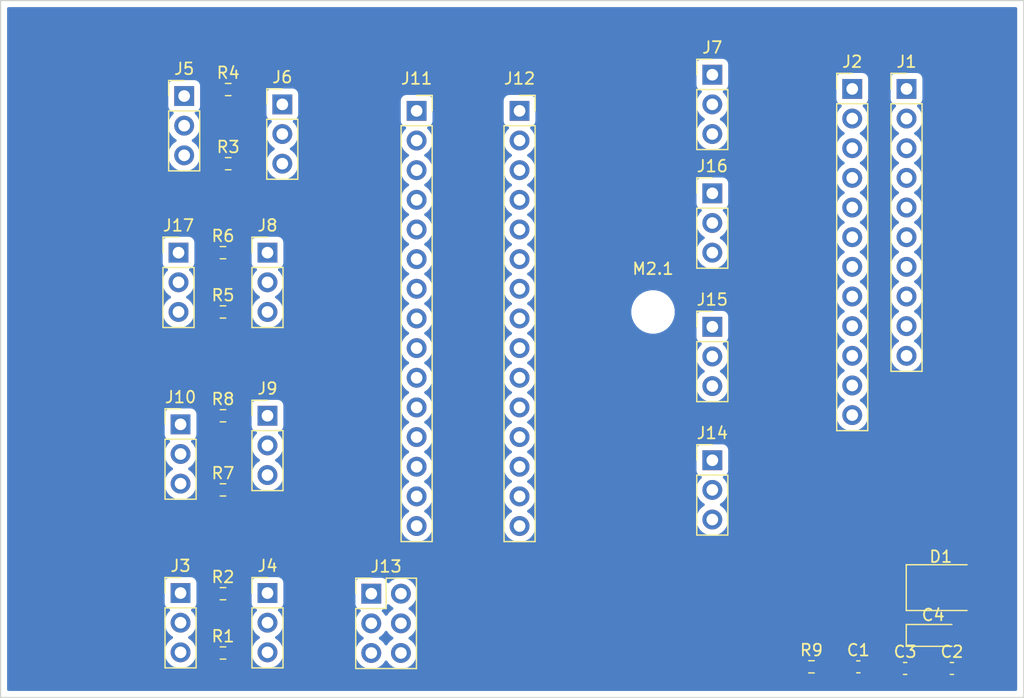
<source format=kicad_pcb>
(kicad_pcb (version 20171130) (host pcbnew "(5.1.10)-1")

  (general
    (thickness 1.6)
    (drawings 4)
    (tracks 2)
    (zones 0)
    (modules 33)
    (nets 54)
  )

  (page A4)
  (layers
    (0 F.Cu signal hide)
    (31 B.Cu signal hide)
    (32 B.Adhes user)
    (33 F.Adhes user)
    (34 B.Paste user)
    (35 F.Paste user)
    (36 B.SilkS user)
    (37 F.SilkS user)
    (38 B.Mask user)
    (39 F.Mask user)
    (40 Dwgs.User user)
    (41 Cmts.User user)
    (42 Eco1.User user)
    (43 Eco2.User user)
    (44 Edge.Cuts user)
    (45 Margin user)
    (46 B.CrtYd user)
    (47 F.CrtYd user)
    (48 B.Fab user)
    (49 F.Fab user)
  )

  (setup
    (last_trace_width 0.25)
    (trace_clearance 0.2)
    (zone_clearance 0.508)
    (zone_45_only no)
    (trace_min 0.2)
    (via_size 0.8)
    (via_drill 0.4)
    (via_min_size 0.4)
    (via_min_drill 0.3)
    (uvia_size 0.3)
    (uvia_drill 0.1)
    (uvias_allowed no)
    (uvia_min_size 0.2)
    (uvia_min_drill 0.1)
    (edge_width 0.1)
    (segment_width 0.2)
    (pcb_text_width 0.3)
    (pcb_text_size 1.5 1.5)
    (mod_edge_width 0.15)
    (mod_text_size 1 1)
    (mod_text_width 0.15)
    (pad_size 1.524 1.524)
    (pad_drill 0.762)
    (pad_to_mask_clearance 0)
    (aux_axis_origin 0 0)
    (visible_elements FFFFFF7F)
    (pcbplotparams
      (layerselection 0x010fc_ffffffff)
      (usegerberextensions false)
      (usegerberattributes true)
      (usegerberadvancedattributes true)
      (creategerberjobfile true)
      (excludeedgelayer true)
      (linewidth 0.100000)
      (plotframeref false)
      (viasonmask false)
      (mode 1)
      (useauxorigin false)
      (hpglpennumber 1)
      (hpglpenspeed 20)
      (hpglpendiameter 15.000000)
      (psnegative false)
      (psa4output false)
      (plotreference true)
      (plotvalue true)
      (plotinvisibletext false)
      (padsonsilk false)
      (subtractmaskfromsilk false)
      (outputformat 1)
      (mirror false)
      (drillshape 1)
      (scaleselection 1)
      (outputdirectory ""))
  )

  (net 0 "")
  (net 1 /VCC)
  (net 2 /GND)
  (net 3 /5V)
  (net 4 "Net-(D1-Pad2)")
  (net 5 /3.3V)
  (net 6 /I2C_Data)
  (net 7 /I2C_Clock)
  (net 8 "Net-(J1-Pad7)")
  (net 9 "Net-(J1-Pad8)")
  (net 10 "Net-(J1-Pad10)")
  (net 11 "Net-(J2-Pad1)")
  (net 12 "Net-(J2-Pad2)")
  (net 13 "Net-(J2-Pad3)")
  (net 14 "Net-(J2-Pad4)")
  (net 15 "Net-(J2-Pad6)")
  (net 16 "Net-(J2-Pad7)")
  (net 17 "Net-(J2-Pad8)")
  (net 18 "Net-(J2-Pad9)")
  (net 19 "Net-(J2-Pad11)")
  (net 20 "Net-(J2-Pad12)")
  (net 21 /Digital_0)
  (net 22 "Net-(J4-Pad3)")
  (net 23 "Net-(J4-Pad1)")
  (net 24 /Digital_1)
  (net 25 "Net-(J6-Pad3)")
  (net 26 "Net-(J6-Pad1)")
  (net 27 /Digital_2)
  (net 28 "Net-(J8-Pad3)")
  (net 29 "Net-(J8-Pad1)")
  (net 30 /Digital_3)
  (net 31 "Net-(J10-Pad3)")
  (net 32 "Net-(J10-Pad1)")
  (net 33 "Net-(J11-Pad1)")
  (net 34 "Net-(J11-Pad2)")
  (net 35 /Reset)
  (net 36 /Controller/D6)
  (net 37 /Controller/D7)
  (net 38 /Controller/D8)
  (net 39 /Controller/D9)
  (net 40 /Controller/D10)
  (net 41 /Controller/D11)
  (net 42 /Controller/D12)
  (net 43 /Controller/D13)
  (net 44 "Net-(J12-Pad14)")
  (net 45 "Net-(J12-Pad13)")
  (net 46 /Analog_0)
  (net 47 /Analog_1)
  (net 48 /Analog_2)
  (net 49 /Analog_3)
  (net 50 /Controller/A6)
  (net 51 /Controller/A7)
  (net 52 "Net-(J12-Pad4)")
  (net 53 "Net-(J12-Pad3)")

  (net_class Default "This is the default net class."
    (clearance 0.2)
    (trace_width 0.25)
    (via_dia 0.8)
    (via_drill 0.4)
    (uvia_dia 0.3)
    (uvia_drill 0.1)
    (add_net /3.3V)
    (add_net /5V)
    (add_net /Analog_0)
    (add_net /Analog_1)
    (add_net /Analog_2)
    (add_net /Analog_3)
    (add_net /Controller/A6)
    (add_net /Controller/A7)
    (add_net /Controller/D10)
    (add_net /Controller/D11)
    (add_net /Controller/D12)
    (add_net /Controller/D13)
    (add_net /Controller/D6)
    (add_net /Controller/D7)
    (add_net /Controller/D8)
    (add_net /Controller/D9)
    (add_net /Digital_0)
    (add_net /Digital_1)
    (add_net /Digital_2)
    (add_net /Digital_3)
    (add_net /GND)
    (add_net /I2C_Clock)
    (add_net /I2C_Data)
    (add_net /Reset)
    (add_net /VCC)
    (add_net "Net-(D1-Pad2)")
    (add_net "Net-(J1-Pad10)")
    (add_net "Net-(J1-Pad7)")
    (add_net "Net-(J1-Pad8)")
    (add_net "Net-(J10-Pad1)")
    (add_net "Net-(J10-Pad3)")
    (add_net "Net-(J11-Pad1)")
    (add_net "Net-(J11-Pad2)")
    (add_net "Net-(J12-Pad13)")
    (add_net "Net-(J12-Pad14)")
    (add_net "Net-(J12-Pad3)")
    (add_net "Net-(J12-Pad4)")
    (add_net "Net-(J2-Pad1)")
    (add_net "Net-(J2-Pad11)")
    (add_net "Net-(J2-Pad12)")
    (add_net "Net-(J2-Pad2)")
    (add_net "Net-(J2-Pad3)")
    (add_net "Net-(J2-Pad4)")
    (add_net "Net-(J2-Pad6)")
    (add_net "Net-(J2-Pad7)")
    (add_net "Net-(J2-Pad8)")
    (add_net "Net-(J2-Pad9)")
    (add_net "Net-(J4-Pad1)")
    (add_net "Net-(J4-Pad3)")
    (add_net "Net-(J6-Pad1)")
    (add_net "Net-(J6-Pad3)")
    (add_net "Net-(J8-Pad1)")
    (add_net "Net-(J8-Pad3)")
  )

  (module Capacitor_SMD:C_0603_1608Metric (layer F.Cu) (tedit 5F68FEEE) (tstamp 616415E8)
    (at 256.345001 162.475001)
    (descr "Capacitor SMD 0603 (1608 Metric), square (rectangular) end terminal, IPC_7351 nominal, (Body size source: IPC-SM-782 page 76, https://www.pcb-3d.com/wordpress/wp-content/uploads/ipc-sm-782a_amendment_1_and_2.pdf), generated with kicad-footprint-generator")
    (tags capacitor)
    (path /61663709/61655F33)
    (attr smd)
    (fp_text reference C1 (at 0 -1.43) (layer F.SilkS)
      (effects (font (size 1 1) (thickness 0.15)))
    )
    (fp_text value 0.1uF (at 0 1.43) (layer F.Fab)
      (effects (font (size 1 1) (thickness 0.15)))
    )
    (fp_line (start 1.48 0.73) (end -1.48 0.73) (layer F.CrtYd) (width 0.05))
    (fp_line (start 1.48 -0.73) (end 1.48 0.73) (layer F.CrtYd) (width 0.05))
    (fp_line (start -1.48 -0.73) (end 1.48 -0.73) (layer F.CrtYd) (width 0.05))
    (fp_line (start -1.48 0.73) (end -1.48 -0.73) (layer F.CrtYd) (width 0.05))
    (fp_line (start -0.14058 0.51) (end 0.14058 0.51) (layer F.SilkS) (width 0.12))
    (fp_line (start -0.14058 -0.51) (end 0.14058 -0.51) (layer F.SilkS) (width 0.12))
    (fp_line (start 0.8 0.4) (end -0.8 0.4) (layer F.Fab) (width 0.1))
    (fp_line (start 0.8 -0.4) (end 0.8 0.4) (layer F.Fab) (width 0.1))
    (fp_line (start -0.8 -0.4) (end 0.8 -0.4) (layer F.Fab) (width 0.1))
    (fp_line (start -0.8 0.4) (end -0.8 -0.4) (layer F.Fab) (width 0.1))
    (fp_text user %R (at 0 0) (layer F.Fab)
      (effects (font (size 0.4 0.4) (thickness 0.06)))
    )
    (pad 1 smd roundrect (at -0.775 0) (size 0.9 0.95) (layers F.Cu F.Paste F.Mask) (roundrect_rratio 0.25)
      (net 1 /VCC))
    (pad 2 smd roundrect (at 0.775 0) (size 0.9 0.95) (layers F.Cu F.Paste F.Mask) (roundrect_rratio 0.25)
      (net 2 /GND))
    (model ${KISYS3DMOD}/Capacitor_SMD.3dshapes/C_0603_1608Metric.wrl
      (at (xyz 0 0 0))
      (scale (xyz 1 1 1))
      (rotate (xyz 0 0 0))
    )
  )

  (module Capacitor_SMD:C_0603_1608Metric (layer F.Cu) (tedit 5F68FEEE) (tstamp 616415F9)
    (at 264.365001 162.615001)
    (descr "Capacitor SMD 0603 (1608 Metric), square (rectangular) end terminal, IPC_7351 nominal, (Body size source: IPC-SM-782 page 76, https://www.pcb-3d.com/wordpress/wp-content/uploads/ipc-sm-782a_amendment_1_and_2.pdf), generated with kicad-footprint-generator")
    (tags capacitor)
    (path /61663709/61656877)
    (attr smd)
    (fp_text reference C2 (at 0 -1.43) (layer F.SilkS)
      (effects (font (size 1 1) (thickness 0.15)))
    )
    (fp_text value 1uF (at 0 1.43) (layer F.Fab)
      (effects (font (size 1 1) (thickness 0.15)))
    )
    (fp_text user %R (at 0 0) (layer F.Fab)
      (effects (font (size 0.4 0.4) (thickness 0.06)))
    )
    (fp_line (start -0.8 0.4) (end -0.8 -0.4) (layer F.Fab) (width 0.1))
    (fp_line (start -0.8 -0.4) (end 0.8 -0.4) (layer F.Fab) (width 0.1))
    (fp_line (start 0.8 -0.4) (end 0.8 0.4) (layer F.Fab) (width 0.1))
    (fp_line (start 0.8 0.4) (end -0.8 0.4) (layer F.Fab) (width 0.1))
    (fp_line (start -0.14058 -0.51) (end 0.14058 -0.51) (layer F.SilkS) (width 0.12))
    (fp_line (start -0.14058 0.51) (end 0.14058 0.51) (layer F.SilkS) (width 0.12))
    (fp_line (start -1.48 0.73) (end -1.48 -0.73) (layer F.CrtYd) (width 0.05))
    (fp_line (start -1.48 -0.73) (end 1.48 -0.73) (layer F.CrtYd) (width 0.05))
    (fp_line (start 1.48 -0.73) (end 1.48 0.73) (layer F.CrtYd) (width 0.05))
    (fp_line (start 1.48 0.73) (end -1.48 0.73) (layer F.CrtYd) (width 0.05))
    (pad 2 smd roundrect (at 0.775 0) (size 0.9 0.95) (layers F.Cu F.Paste F.Mask) (roundrect_rratio 0.25)
      (net 2 /GND))
    (pad 1 smd roundrect (at -0.775 0) (size 0.9 0.95) (layers F.Cu F.Paste F.Mask) (roundrect_rratio 0.25)
      (net 3 /5V))
    (model ${KISYS3DMOD}/Capacitor_SMD.3dshapes/C_0603_1608Metric.wrl
      (at (xyz 0 0 0))
      (scale (xyz 1 1 1))
      (rotate (xyz 0 0 0))
    )
  )

  (module Capacitor_SMD:C_0603_1608Metric (layer F.Cu) (tedit 5F68FEEE) (tstamp 6164160A)
    (at 260.355001 162.615001)
    (descr "Capacitor SMD 0603 (1608 Metric), square (rectangular) end terminal, IPC_7351 nominal, (Body size source: IPC-SM-782 page 76, https://www.pcb-3d.com/wordpress/wp-content/uploads/ipc-sm-782a_amendment_1_and_2.pdf), generated with kicad-footprint-generator")
    (tags capacitor)
    (path /61663709/6165740F)
    (attr smd)
    (fp_text reference C3 (at 0 -1.43) (layer F.SilkS)
      (effects (font (size 1 1) (thickness 0.15)))
    )
    (fp_text value 1uF_cpu (at 0 1.43) (layer F.Fab)
      (effects (font (size 1 1) (thickness 0.15)))
    )
    (fp_line (start 1.48 0.73) (end -1.48 0.73) (layer F.CrtYd) (width 0.05))
    (fp_line (start 1.48 -0.73) (end 1.48 0.73) (layer F.CrtYd) (width 0.05))
    (fp_line (start -1.48 -0.73) (end 1.48 -0.73) (layer F.CrtYd) (width 0.05))
    (fp_line (start -1.48 0.73) (end -1.48 -0.73) (layer F.CrtYd) (width 0.05))
    (fp_line (start -0.14058 0.51) (end 0.14058 0.51) (layer F.SilkS) (width 0.12))
    (fp_line (start -0.14058 -0.51) (end 0.14058 -0.51) (layer F.SilkS) (width 0.12))
    (fp_line (start 0.8 0.4) (end -0.8 0.4) (layer F.Fab) (width 0.1))
    (fp_line (start 0.8 -0.4) (end 0.8 0.4) (layer F.Fab) (width 0.1))
    (fp_line (start -0.8 -0.4) (end 0.8 -0.4) (layer F.Fab) (width 0.1))
    (fp_line (start -0.8 0.4) (end -0.8 -0.4) (layer F.Fab) (width 0.1))
    (fp_text user %R (at 0 0) (layer F.Fab)
      (effects (font (size 0.4 0.4) (thickness 0.06)))
    )
    (pad 1 smd roundrect (at -0.775 0) (size 0.9 0.95) (layers F.Cu F.Paste F.Mask) (roundrect_rratio 0.25)
      (net 3 /5V))
    (pad 2 smd roundrect (at 0.775 0) (size 0.9 0.95) (layers F.Cu F.Paste F.Mask) (roundrect_rratio 0.25)
      (net 2 /GND))
    (model ${KISYS3DMOD}/Capacitor_SMD.3dshapes/C_0603_1608Metric.wrl
      (at (xyz 0 0 0))
      (scale (xyz 1 1 1))
      (rotate (xyz 0 0 0))
    )
  )

  (module Capacitor_Tantalum_SMD:CP_EIA-3216-18_Kemet-A (layer F.Cu) (tedit 5EBA9318) (tstamp 6164161D)
    (at 262.760001 159.785001)
    (descr "Tantalum Capacitor SMD Kemet-A (3216-18 Metric), IPC_7351 nominal, (Body size from: http://www.kemet.com/Lists/ProductCatalog/Attachments/253/KEM_TC101_STD.pdf), generated with kicad-footprint-generator")
    (tags "capacitor tantalum")
    (path /61663709/6165888C)
    (attr smd)
    (fp_text reference C4 (at 0 -1.75) (layer F.SilkS)
      (effects (font (size 1 1) (thickness 0.15)))
    )
    (fp_text value 4.7uF_16V_cpu (at 0 1.75) (layer F.Fab)
      (effects (font (size 1 1) (thickness 0.15)))
    )
    (fp_line (start 2.3 1.05) (end -2.3 1.05) (layer F.CrtYd) (width 0.05))
    (fp_line (start 2.3 -1.05) (end 2.3 1.05) (layer F.CrtYd) (width 0.05))
    (fp_line (start -2.3 -1.05) (end 2.3 -1.05) (layer F.CrtYd) (width 0.05))
    (fp_line (start -2.3 1.05) (end -2.3 -1.05) (layer F.CrtYd) (width 0.05))
    (fp_line (start -2.31 0.935) (end 1.6 0.935) (layer F.SilkS) (width 0.12))
    (fp_line (start -2.31 -0.935) (end -2.31 0.935) (layer F.SilkS) (width 0.12))
    (fp_line (start 1.6 -0.935) (end -2.31 -0.935) (layer F.SilkS) (width 0.12))
    (fp_line (start 1.6 0.8) (end 1.6 -0.8) (layer F.Fab) (width 0.1))
    (fp_line (start -1.6 0.8) (end 1.6 0.8) (layer F.Fab) (width 0.1))
    (fp_line (start -1.6 -0.4) (end -1.6 0.8) (layer F.Fab) (width 0.1))
    (fp_line (start -1.2 -0.8) (end -1.6 -0.4) (layer F.Fab) (width 0.1))
    (fp_line (start 1.6 -0.8) (end -1.2 -0.8) (layer F.Fab) (width 0.1))
    (fp_text user %R (at 0 0) (layer F.Fab)
      (effects (font (size 0.8 0.8) (thickness 0.12)))
    )
    (pad 1 smd roundrect (at -1.35 0) (size 1.4 1.35) (layers F.Cu F.Paste F.Mask) (roundrect_rratio 0.185185)
      (net 3 /5V))
    (pad 2 smd roundrect (at 1.35 0) (size 1.4 1.35) (layers F.Cu F.Paste F.Mask) (roundrect_rratio 0.185185)
      (net 2 /GND))
    (model ${KISYS3DMOD}/Capacitor_Tantalum_SMD.3dshapes/CP_EIA-3216-18_Kemet-A.wrl
      (at (xyz 0 0 0))
      (scale (xyz 1 1 1))
      (rotate (xyz 0 0 0))
    )
  )

  (module LED_SMD:LED_1812_4532Metric (layer F.Cu) (tedit 5F68FEF1) (tstamp 61641630)
    (at 263.410001 155.690001)
    (descr "LED SMD 1812 (4532 Metric), square (rectangular) end terminal, IPC_7351 nominal, (Body size source: https://www.nikhef.nl/pub/departments/mt/projects/detectorR_D/dtddice/ERJ2G.pdf), generated with kicad-footprint-generator")
    (tags LED)
    (path /61663709/6165327D)
    (attr smd)
    (fp_text reference D1 (at 0 -2.65) (layer F.SilkS)
      (effects (font (size 1 1) (thickness 0.15)))
    )
    (fp_text value LED (at 0 2.65) (layer F.Fab)
      (effects (font (size 1 1) (thickness 0.15)))
    )
    (fp_line (start 2.95 1.95) (end -2.95 1.95) (layer F.CrtYd) (width 0.05))
    (fp_line (start 2.95 -1.95) (end 2.95 1.95) (layer F.CrtYd) (width 0.05))
    (fp_line (start -2.95 -1.95) (end 2.95 -1.95) (layer F.CrtYd) (width 0.05))
    (fp_line (start -2.95 1.95) (end -2.95 -1.95) (layer F.CrtYd) (width 0.05))
    (fp_line (start -2.96 1.96) (end 2.25 1.96) (layer F.SilkS) (width 0.12))
    (fp_line (start -2.96 -1.96) (end -2.96 1.96) (layer F.SilkS) (width 0.12))
    (fp_line (start 2.25 -1.96) (end -2.96 -1.96) (layer F.SilkS) (width 0.12))
    (fp_line (start 2.25 1.6) (end 2.25 -1.6) (layer F.Fab) (width 0.1))
    (fp_line (start -2.25 1.6) (end 2.25 1.6) (layer F.Fab) (width 0.1))
    (fp_line (start -2.25 -0.8) (end -2.25 1.6) (layer F.Fab) (width 0.1))
    (fp_line (start -1.45 -1.6) (end -2.25 -0.8) (layer F.Fab) (width 0.1))
    (fp_line (start 2.25 -1.6) (end -1.45 -1.6) (layer F.Fab) (width 0.1))
    (fp_text user %R (at 0 0) (layer F.Fab)
      (effects (font (size 1 1) (thickness 0.15)))
    )
    (pad 1 smd roundrect (at -2.1375 0) (size 1.125 3.4) (layers F.Cu F.Paste F.Mask) (roundrect_rratio 0.222222)
      (net 2 /GND))
    (pad 2 smd roundrect (at 2.1375 0) (size 1.125 3.4) (layers F.Cu F.Paste F.Mask) (roundrect_rratio 0.222222)
      (net 4 "Net-(D1-Pad2)"))
    (model ${KISYS3DMOD}/LED_SMD.3dshapes/LED_1812_4532Metric.wrl
      (at (xyz 0 0 0))
      (scale (xyz 1 1 1))
      (rotate (xyz 0 0 0))
    )
  )

  (module Connector_PinHeader_2.54mm:PinHeader_1x10_P2.54mm_Vertical (layer F.Cu) (tedit 59FED5CC) (tstamp 6164164E)
    (at 260.475001 112.975001)
    (descr "Through hole straight pin header, 1x10, 2.54mm pitch, single row")
    (tags "Through hole pin header THT 1x10 2.54mm single row")
    (path /615E5E26)
    (fp_text reference J1 (at 0 -2.33) (layer F.SilkS)
      (effects (font (size 1 1) (thickness 0.15)))
    )
    (fp_text value "Left Connector" (at 0 25.19) (layer F.Fab)
      (effects (font (size 1 1) (thickness 0.15)))
    )
    (fp_line (start 1.8 -1.8) (end -1.8 -1.8) (layer F.CrtYd) (width 0.05))
    (fp_line (start 1.8 24.65) (end 1.8 -1.8) (layer F.CrtYd) (width 0.05))
    (fp_line (start -1.8 24.65) (end 1.8 24.65) (layer F.CrtYd) (width 0.05))
    (fp_line (start -1.8 -1.8) (end -1.8 24.65) (layer F.CrtYd) (width 0.05))
    (fp_line (start -1.33 -1.33) (end 0 -1.33) (layer F.SilkS) (width 0.12))
    (fp_line (start -1.33 0) (end -1.33 -1.33) (layer F.SilkS) (width 0.12))
    (fp_line (start -1.33 1.27) (end 1.33 1.27) (layer F.SilkS) (width 0.12))
    (fp_line (start 1.33 1.27) (end 1.33 24.19) (layer F.SilkS) (width 0.12))
    (fp_line (start -1.33 1.27) (end -1.33 24.19) (layer F.SilkS) (width 0.12))
    (fp_line (start -1.33 24.19) (end 1.33 24.19) (layer F.SilkS) (width 0.12))
    (fp_line (start -1.27 -0.635) (end -0.635 -1.27) (layer F.Fab) (width 0.1))
    (fp_line (start -1.27 24.13) (end -1.27 -0.635) (layer F.Fab) (width 0.1))
    (fp_line (start 1.27 24.13) (end -1.27 24.13) (layer F.Fab) (width 0.1))
    (fp_line (start 1.27 -1.27) (end 1.27 24.13) (layer F.Fab) (width 0.1))
    (fp_line (start -0.635 -1.27) (end 1.27 -1.27) (layer F.Fab) (width 0.1))
    (fp_text user %R (at 0 11.43 90) (layer F.Fab)
      (effects (font (size 1 1) (thickness 0.15)))
    )
    (pad 1 thru_hole rect (at 0 0) (size 1.7 1.7) (drill 1) (layers *.Cu *.Mask)
      (net 5 /3.3V))
    (pad 2 thru_hole oval (at 0 2.54) (size 1.7 1.7) (drill 1) (layers *.Cu *.Mask)
      (net 3 /5V))
    (pad 3 thru_hole oval (at 0 5.08) (size 1.7 1.7) (drill 1) (layers *.Cu *.Mask)
      (net 6 /I2C_Data))
    (pad 4 thru_hole oval (at 0 7.62) (size 1.7 1.7) (drill 1) (layers *.Cu *.Mask)
      (net 3 /5V))
    (pad 5 thru_hole oval (at 0 10.16) (size 1.7 1.7) (drill 1) (layers *.Cu *.Mask)
      (net 7 /I2C_Clock))
    (pad 6 thru_hole oval (at 0 12.7) (size 1.7 1.7) (drill 1) (layers *.Cu *.Mask)
      (net 2 /GND))
    (pad 7 thru_hole oval (at 0 15.24) (size 1.7 1.7) (drill 1) (layers *.Cu *.Mask)
      (net 8 "Net-(J1-Pad7)"))
    (pad 8 thru_hole oval (at 0 17.78) (size 1.7 1.7) (drill 1) (layers *.Cu *.Mask)
      (net 9 "Net-(J1-Pad8)"))
    (pad 9 thru_hole oval (at 0 20.32) (size 1.7 1.7) (drill 1) (layers *.Cu *.Mask)
      (net 2 /GND))
    (pad 10 thru_hole oval (at 0 22.86) (size 1.7 1.7) (drill 1) (layers *.Cu *.Mask)
      (net 10 "Net-(J1-Pad10)"))
    (model ${KISYS3DMOD}/Connector_PinHeader_2.54mm.3dshapes/PinHeader_1x10_P2.54mm_Vertical.wrl
      (at (xyz 0 0 0))
      (scale (xyz 1 1 1))
      (rotate (xyz 0 0 0))
    )
  )

  (module Connector_PinHeader_2.54mm:PinHeader_1x12_P2.54mm_Vertical (layer F.Cu) (tedit 59FED5CC) (tstamp 6164166E)
    (at 255.825001 112.975001)
    (descr "Through hole straight pin header, 1x12, 2.54mm pitch, single row")
    (tags "Through hole pin header THT 1x12 2.54mm single row")
    (path /615E7214)
    (fp_text reference J2 (at 0 -2.33) (layer F.SilkS)
      (effects (font (size 1 1) (thickness 0.15)))
    )
    (fp_text value "Right Connector" (at 0 30.27) (layer F.Fab)
      (effects (font (size 1 1) (thickness 0.15)))
    )
    (fp_line (start 1.8 -1.8) (end -1.8 -1.8) (layer F.CrtYd) (width 0.05))
    (fp_line (start 1.8 29.75) (end 1.8 -1.8) (layer F.CrtYd) (width 0.05))
    (fp_line (start -1.8 29.75) (end 1.8 29.75) (layer F.CrtYd) (width 0.05))
    (fp_line (start -1.8 -1.8) (end -1.8 29.75) (layer F.CrtYd) (width 0.05))
    (fp_line (start -1.33 -1.33) (end 0 -1.33) (layer F.SilkS) (width 0.12))
    (fp_line (start -1.33 0) (end -1.33 -1.33) (layer F.SilkS) (width 0.12))
    (fp_line (start -1.33 1.27) (end 1.33 1.27) (layer F.SilkS) (width 0.12))
    (fp_line (start 1.33 1.27) (end 1.33 29.27) (layer F.SilkS) (width 0.12))
    (fp_line (start -1.33 1.27) (end -1.33 29.27) (layer F.SilkS) (width 0.12))
    (fp_line (start -1.33 29.27) (end 1.33 29.27) (layer F.SilkS) (width 0.12))
    (fp_line (start -1.27 -0.635) (end -0.635 -1.27) (layer F.Fab) (width 0.1))
    (fp_line (start -1.27 29.21) (end -1.27 -0.635) (layer F.Fab) (width 0.1))
    (fp_line (start 1.27 29.21) (end -1.27 29.21) (layer F.Fab) (width 0.1))
    (fp_line (start 1.27 -1.27) (end 1.27 29.21) (layer F.Fab) (width 0.1))
    (fp_line (start -0.635 -1.27) (end 1.27 -1.27) (layer F.Fab) (width 0.1))
    (fp_text user %R (at 0 13.97 90) (layer F.Fab)
      (effects (font (size 1 1) (thickness 0.15)))
    )
    (pad 1 thru_hole rect (at 0 0) (size 1.7 1.7) (drill 1) (layers *.Cu *.Mask)
      (net 11 "Net-(J2-Pad1)"))
    (pad 2 thru_hole oval (at 0 2.54) (size 1.7 1.7) (drill 1) (layers *.Cu *.Mask)
      (net 12 "Net-(J2-Pad2)"))
    (pad 3 thru_hole oval (at 0 5.08) (size 1.7 1.7) (drill 1) (layers *.Cu *.Mask)
      (net 13 "Net-(J2-Pad3)"))
    (pad 4 thru_hole oval (at 0 7.62) (size 1.7 1.7) (drill 1) (layers *.Cu *.Mask)
      (net 14 "Net-(J2-Pad4)"))
    (pad 5 thru_hole oval (at 0 10.16) (size 1.7 1.7) (drill 1) (layers *.Cu *.Mask)
      (net 2 /GND))
    (pad 6 thru_hole oval (at 0 12.7) (size 1.7 1.7) (drill 1) (layers *.Cu *.Mask)
      (net 15 "Net-(J2-Pad6)"))
    (pad 7 thru_hole oval (at 0 15.24) (size 1.7 1.7) (drill 1) (layers *.Cu *.Mask)
      (net 16 "Net-(J2-Pad7)"))
    (pad 8 thru_hole oval (at 0 17.78) (size 1.7 1.7) (drill 1) (layers *.Cu *.Mask)
      (net 17 "Net-(J2-Pad8)"))
    (pad 9 thru_hole oval (at 0 20.32) (size 1.7 1.7) (drill 1) (layers *.Cu *.Mask)
      (net 18 "Net-(J2-Pad9)"))
    (pad 10 thru_hole oval (at 0 22.86) (size 1.7 1.7) (drill 1) (layers *.Cu *.Mask)
      (net 2 /GND))
    (pad 11 thru_hole oval (at 0 25.4) (size 1.7 1.7) (drill 1) (layers *.Cu *.Mask)
      (net 19 "Net-(J2-Pad11)"))
    (pad 12 thru_hole oval (at 0 27.94) (size 1.7 1.7) (drill 1) (layers *.Cu *.Mask)
      (net 20 "Net-(J2-Pad12)"))
    (model ${KISYS3DMOD}/Connector_PinHeader_2.54mm.3dshapes/PinHeader_1x12_P2.54mm_Vertical.wrl
      (at (xyz 0 0 0))
      (scale (xyz 1 1 1))
      (rotate (xyz 0 0 0))
    )
  )

  (module Connector_PinHeader_2.54mm:PinHeader_1x03_P2.54mm_Vertical (layer F.Cu) (tedit 59FED5CC) (tstamp 61641685)
    (at 198.295001 156.155001)
    (descr "Through hole straight pin header, 1x03, 2.54mm pitch, single row")
    (tags "Through hole pin header THT 1x03 2.54mm single row")
    (path /61593BCA/615FC6ED)
    (fp_text reference J3 (at 0 -2.33) (layer F.SilkS)
      (effects (font (size 1 1) (thickness 0.15)))
    )
    (fp_text value "Screw Terminals" (at 0 7.41) (layer F.Fab)
      (effects (font (size 1 1) (thickness 0.15)))
    )
    (fp_line (start 1.8 -1.8) (end -1.8 -1.8) (layer F.CrtYd) (width 0.05))
    (fp_line (start 1.8 6.85) (end 1.8 -1.8) (layer F.CrtYd) (width 0.05))
    (fp_line (start -1.8 6.85) (end 1.8 6.85) (layer F.CrtYd) (width 0.05))
    (fp_line (start -1.8 -1.8) (end -1.8 6.85) (layer F.CrtYd) (width 0.05))
    (fp_line (start -1.33 -1.33) (end 0 -1.33) (layer F.SilkS) (width 0.12))
    (fp_line (start -1.33 0) (end -1.33 -1.33) (layer F.SilkS) (width 0.12))
    (fp_line (start -1.33 1.27) (end 1.33 1.27) (layer F.SilkS) (width 0.12))
    (fp_line (start 1.33 1.27) (end 1.33 6.41) (layer F.SilkS) (width 0.12))
    (fp_line (start -1.33 1.27) (end -1.33 6.41) (layer F.SilkS) (width 0.12))
    (fp_line (start -1.33 6.41) (end 1.33 6.41) (layer F.SilkS) (width 0.12))
    (fp_line (start -1.27 -0.635) (end -0.635 -1.27) (layer F.Fab) (width 0.1))
    (fp_line (start -1.27 6.35) (end -1.27 -0.635) (layer F.Fab) (width 0.1))
    (fp_line (start 1.27 6.35) (end -1.27 6.35) (layer F.Fab) (width 0.1))
    (fp_line (start 1.27 -1.27) (end 1.27 6.35) (layer F.Fab) (width 0.1))
    (fp_line (start -0.635 -1.27) (end 1.27 -1.27) (layer F.Fab) (width 0.1))
    (fp_text user %R (at 0 2.54 90) (layer F.Fab)
      (effects (font (size 1 1) (thickness 0.15)))
    )
    (pad 1 thru_hole rect (at 0 0) (size 1.7 1.7) (drill 1) (layers *.Cu *.Mask)
      (net 2 /GND))
    (pad 2 thru_hole oval (at 0 2.54) (size 1.7 1.7) (drill 1) (layers *.Cu *.Mask)
      (net 21 /Digital_0))
    (pad 3 thru_hole oval (at 0 5.08) (size 1.7 1.7) (drill 1) (layers *.Cu *.Mask)
      (net 3 /5V))
    (model ${KISYS3DMOD}/Connector_PinHeader_2.54mm.3dshapes/PinHeader_1x03_P2.54mm_Vertical.wrl
      (at (xyz 0 0 0))
      (scale (xyz 1 1 1))
      (rotate (xyz 0 0 0))
    )
  )

  (module Connector_PinHeader_2.54mm:PinHeader_1x03_P2.54mm_Vertical (layer F.Cu) (tedit 59FED5CC) (tstamp 6164169C)
    (at 205.74 156.155001)
    (descr "Through hole straight pin header, 1x03, 2.54mm pitch, single row")
    (tags "Through hole pin header THT 1x03 2.54mm single row")
    (path /61593BCA/61613676)
    (fp_text reference J4 (at 0 -2.33) (layer F.SilkS)
      (effects (font (size 1 1) (thickness 0.15)))
    )
    (fp_text value "Jumper Terminals" (at 0 -3.755001) (layer F.Fab)
      (effects (font (size 1 1) (thickness 0.15)))
    )
    (fp_text user %R (at 0 2.54 90) (layer F.Fab)
      (effects (font (size 1 1) (thickness 0.15)))
    )
    (fp_line (start -0.635 -1.27) (end 1.27 -1.27) (layer F.Fab) (width 0.1))
    (fp_line (start 1.27 -1.27) (end 1.27 6.35) (layer F.Fab) (width 0.1))
    (fp_line (start 1.27 6.35) (end -1.27 6.35) (layer F.Fab) (width 0.1))
    (fp_line (start -1.27 6.35) (end -1.27 -0.635) (layer F.Fab) (width 0.1))
    (fp_line (start -1.27 -0.635) (end -0.635 -1.27) (layer F.Fab) (width 0.1))
    (fp_line (start -1.33 6.41) (end 1.33 6.41) (layer F.SilkS) (width 0.12))
    (fp_line (start -1.33 1.27) (end -1.33 6.41) (layer F.SilkS) (width 0.12))
    (fp_line (start 1.33 1.27) (end 1.33 6.41) (layer F.SilkS) (width 0.12))
    (fp_line (start -1.33 1.27) (end 1.33 1.27) (layer F.SilkS) (width 0.12))
    (fp_line (start -1.33 0) (end -1.33 -1.33) (layer F.SilkS) (width 0.12))
    (fp_line (start -1.33 -1.33) (end 0 -1.33) (layer F.SilkS) (width 0.12))
    (fp_line (start -1.8 -1.8) (end -1.8 6.85) (layer F.CrtYd) (width 0.05))
    (fp_line (start -1.8 6.85) (end 1.8 6.85) (layer F.CrtYd) (width 0.05))
    (fp_line (start 1.8 6.85) (end 1.8 -1.8) (layer F.CrtYd) (width 0.05))
    (fp_line (start 1.8 -1.8) (end -1.8 -1.8) (layer F.CrtYd) (width 0.05))
    (pad 3 thru_hole oval (at 0 5.08) (size 1.7 1.7) (drill 1) (layers *.Cu *.Mask)
      (net 22 "Net-(J4-Pad3)"))
    (pad 2 thru_hole oval (at 0 2.54) (size 1.7 1.7) (drill 1) (layers *.Cu *.Mask)
      (net 21 /Digital_0))
    (pad 1 thru_hole rect (at 0 0) (size 1.7 1.7) (drill 1) (layers *.Cu *.Mask)
      (net 23 "Net-(J4-Pad1)"))
    (model ${KISYS3DMOD}/Connector_PinHeader_2.54mm.3dshapes/PinHeader_1x03_P2.54mm_Vertical.wrl
      (at (xyz 0 0 0))
      (scale (xyz 1 1 1))
      (rotate (xyz 0 0 0))
    )
  )

  (module Connector_PinHeader_2.54mm:PinHeader_1x03_P2.54mm_Vertical (layer F.Cu) (tedit 59FED5CC) (tstamp 616416B3)
    (at 198.605001 113.585001)
    (descr "Through hole straight pin header, 1x03, 2.54mm pitch, single row")
    (tags "Through hole pin header THT 1x03 2.54mm single row")
    (path /616422A2/615FC6ED)
    (fp_text reference J5 (at 0 -2.33) (layer F.SilkS)
      (effects (font (size 1 1) (thickness 0.15)))
    )
    (fp_text value "Screw Terminals" (at 0 8.334999) (layer F.Fab)
      (effects (font (size 1 1) (thickness 0.15)))
    )
    (fp_line (start 1.8 -1.8) (end -1.8 -1.8) (layer F.CrtYd) (width 0.05))
    (fp_line (start 1.8 6.85) (end 1.8 -1.8) (layer F.CrtYd) (width 0.05))
    (fp_line (start -1.8 6.85) (end 1.8 6.85) (layer F.CrtYd) (width 0.05))
    (fp_line (start -1.8 -1.8) (end -1.8 6.85) (layer F.CrtYd) (width 0.05))
    (fp_line (start -1.33 -1.33) (end 0 -1.33) (layer F.SilkS) (width 0.12))
    (fp_line (start -1.33 0) (end -1.33 -1.33) (layer F.SilkS) (width 0.12))
    (fp_line (start -1.33 1.27) (end 1.33 1.27) (layer F.SilkS) (width 0.12))
    (fp_line (start 1.33 1.27) (end 1.33 6.41) (layer F.SilkS) (width 0.12))
    (fp_line (start -1.33 1.27) (end -1.33 6.41) (layer F.SilkS) (width 0.12))
    (fp_line (start -1.33 6.41) (end 1.33 6.41) (layer F.SilkS) (width 0.12))
    (fp_line (start -1.27 -0.635) (end -0.635 -1.27) (layer F.Fab) (width 0.1))
    (fp_line (start -1.27 6.35) (end -1.27 -0.635) (layer F.Fab) (width 0.1))
    (fp_line (start 1.27 6.35) (end -1.27 6.35) (layer F.Fab) (width 0.1))
    (fp_line (start 1.27 -1.27) (end 1.27 6.35) (layer F.Fab) (width 0.1))
    (fp_line (start -0.635 -1.27) (end 1.27 -1.27) (layer F.Fab) (width 0.1))
    (fp_text user %R (at 0 2.54 90) (layer F.Fab)
      (effects (font (size 1 1) (thickness 0.15)))
    )
    (pad 1 thru_hole rect (at 0 0) (size 1.7 1.7) (drill 1) (layers *.Cu *.Mask)
      (net 2 /GND))
    (pad 2 thru_hole oval (at 0 2.54) (size 1.7 1.7) (drill 1) (layers *.Cu *.Mask)
      (net 24 /Digital_1))
    (pad 3 thru_hole oval (at 0 5.08) (size 1.7 1.7) (drill 1) (layers *.Cu *.Mask)
      (net 3 /5V))
    (model ${KISYS3DMOD}/Connector_PinHeader_2.54mm.3dshapes/PinHeader_1x03_P2.54mm_Vertical.wrl
      (at (xyz 0 0 0))
      (scale (xyz 1 1 1))
      (rotate (xyz 0 0 0))
    )
  )

  (module Connector_PinHeader_2.54mm:PinHeader_1x03_P2.54mm_Vertical (layer F.Cu) (tedit 59FED5CC) (tstamp 616416CA)
    (at 207.01 114.3)
    (descr "Through hole straight pin header, 1x03, 2.54mm pitch, single row")
    (tags "Through hole pin header THT 1x03 2.54mm single row")
    (path /616422A2/61613676)
    (fp_text reference J6 (at 0 -2.33) (layer F.SilkS)
      (effects (font (size 1 1) (thickness 0.15)))
    )
    (fp_text value "Jumper Terminals" (at 0 -3.81) (layer F.Fab)
      (effects (font (size 1 1) (thickness 0.15)))
    )
    (fp_text user %R (at 0 2.54 90) (layer F.Fab)
      (effects (font (size 1 1) (thickness 0.15)))
    )
    (fp_line (start -0.635 -1.27) (end 1.27 -1.27) (layer F.Fab) (width 0.1))
    (fp_line (start 1.27 -1.27) (end 1.27 6.35) (layer F.Fab) (width 0.1))
    (fp_line (start 1.27 6.35) (end -1.27 6.35) (layer F.Fab) (width 0.1))
    (fp_line (start -1.27 6.35) (end -1.27 -0.635) (layer F.Fab) (width 0.1))
    (fp_line (start -1.27 -0.635) (end -0.635 -1.27) (layer F.Fab) (width 0.1))
    (fp_line (start -1.33 6.41) (end 1.33 6.41) (layer F.SilkS) (width 0.12))
    (fp_line (start -1.33 1.27) (end -1.33 6.41) (layer F.SilkS) (width 0.12))
    (fp_line (start 1.33 1.27) (end 1.33 6.41) (layer F.SilkS) (width 0.12))
    (fp_line (start -1.33 1.27) (end 1.33 1.27) (layer F.SilkS) (width 0.12))
    (fp_line (start -1.33 0) (end -1.33 -1.33) (layer F.SilkS) (width 0.12))
    (fp_line (start -1.33 -1.33) (end 0 -1.33) (layer F.SilkS) (width 0.12))
    (fp_line (start -1.8 -1.8) (end -1.8 6.85) (layer F.CrtYd) (width 0.05))
    (fp_line (start -1.8 6.85) (end 1.8 6.85) (layer F.CrtYd) (width 0.05))
    (fp_line (start 1.8 6.85) (end 1.8 -1.8) (layer F.CrtYd) (width 0.05))
    (fp_line (start 1.8 -1.8) (end -1.8 -1.8) (layer F.CrtYd) (width 0.05))
    (pad 3 thru_hole oval (at 0 5.08) (size 1.7 1.7) (drill 1) (layers *.Cu *.Mask)
      (net 25 "Net-(J6-Pad3)"))
    (pad 2 thru_hole oval (at 0 2.54) (size 1.7 1.7) (drill 1) (layers *.Cu *.Mask)
      (net 24 /Digital_1))
    (pad 1 thru_hole rect (at 0 0) (size 1.7 1.7) (drill 1) (layers *.Cu *.Mask)
      (net 26 "Net-(J6-Pad1)"))
    (model ${KISYS3DMOD}/Connector_PinHeader_2.54mm.3dshapes/PinHeader_1x03_P2.54mm_Vertical.wrl
      (at (xyz 0 0 0))
      (scale (xyz 1 1 1))
      (rotate (xyz 0 0 0))
    )
  )

  (module Connector_PinHeader_2.54mm:PinHeader_1x03_P2.54mm_Vertical (layer F.Cu) (tedit 59FED5CC) (tstamp 616416E1)
    (at 243.84 111.76)
    (descr "Through hole straight pin header, 1x03, 2.54mm pitch, single row")
    (tags "Through hole pin header THT 1x03 2.54mm single row")
    (path /616423D2/615FC6ED)
    (fp_text reference J7 (at 0 -2.33) (layer F.SilkS)
      (effects (font (size 1 1) (thickness 0.15)))
    )
    (fp_text value "Screw Terminals" (at 0 7.41) (layer F.Fab)
      (effects (font (size 1 1) (thickness 0.15)))
    )
    (fp_line (start 1.8 -1.8) (end -1.8 -1.8) (layer F.CrtYd) (width 0.05))
    (fp_line (start 1.8 6.85) (end 1.8 -1.8) (layer F.CrtYd) (width 0.05))
    (fp_line (start -1.8 6.85) (end 1.8 6.85) (layer F.CrtYd) (width 0.05))
    (fp_line (start -1.8 -1.8) (end -1.8 6.85) (layer F.CrtYd) (width 0.05))
    (fp_line (start -1.33 -1.33) (end 0 -1.33) (layer F.SilkS) (width 0.12))
    (fp_line (start -1.33 0) (end -1.33 -1.33) (layer F.SilkS) (width 0.12))
    (fp_line (start -1.33 1.27) (end 1.33 1.27) (layer F.SilkS) (width 0.12))
    (fp_line (start 1.33 1.27) (end 1.33 6.41) (layer F.SilkS) (width 0.12))
    (fp_line (start -1.33 1.27) (end -1.33 6.41) (layer F.SilkS) (width 0.12))
    (fp_line (start -1.33 6.41) (end 1.33 6.41) (layer F.SilkS) (width 0.12))
    (fp_line (start -1.27 -0.635) (end -0.635 -1.27) (layer F.Fab) (width 0.1))
    (fp_line (start -1.27 6.35) (end -1.27 -0.635) (layer F.Fab) (width 0.1))
    (fp_line (start 1.27 6.35) (end -1.27 6.35) (layer F.Fab) (width 0.1))
    (fp_line (start 1.27 -1.27) (end 1.27 6.35) (layer F.Fab) (width 0.1))
    (fp_line (start -0.635 -1.27) (end 1.27 -1.27) (layer F.Fab) (width 0.1))
    (fp_text user %R (at 0 2.54 90) (layer F.Fab)
      (effects (font (size 1 1) (thickness 0.15)))
    )
    (pad 1 thru_hole rect (at 0 0) (size 1.7 1.7) (drill 1) (layers *.Cu *.Mask)
      (net 2 /GND))
    (pad 2 thru_hole oval (at 0 2.54) (size 1.7 1.7) (drill 1) (layers *.Cu *.Mask)
      (net 27 /Digital_2))
    (pad 3 thru_hole oval (at 0 5.08) (size 1.7 1.7) (drill 1) (layers *.Cu *.Mask)
      (net 3 /5V))
    (model ${KISYS3DMOD}/Connector_PinHeader_2.54mm.3dshapes/PinHeader_1x03_P2.54mm_Vertical.wrl
      (at (xyz 0 0 0))
      (scale (xyz 1 1 1))
      (rotate (xyz 0 0 0))
    )
  )

  (module Connector_PinHeader_2.54mm:PinHeader_1x03_P2.54mm_Vertical (layer F.Cu) (tedit 59FED5CC) (tstamp 616416F8)
    (at 205.74 127)
    (descr "Through hole straight pin header, 1x03, 2.54mm pitch, single row")
    (tags "Through hole pin header THT 1x03 2.54mm single row")
    (path /616423D2/61613676)
    (fp_text reference J8 (at 0 -2.33) (layer F.SilkS)
      (effects (font (size 1 1) (thickness 0.15)))
    )
    (fp_text value "Jumper Terminals" (at 0 -3.81) (layer F.Fab)
      (effects (font (size 1 1) (thickness 0.15)))
    )
    (fp_text user %R (at 0 2.54 90) (layer F.Fab)
      (effects (font (size 1 1) (thickness 0.15)))
    )
    (fp_line (start -0.635 -1.27) (end 1.27 -1.27) (layer F.Fab) (width 0.1))
    (fp_line (start 1.27 -1.27) (end 1.27 6.35) (layer F.Fab) (width 0.1))
    (fp_line (start 1.27 6.35) (end -1.27 6.35) (layer F.Fab) (width 0.1))
    (fp_line (start -1.27 6.35) (end -1.27 -0.635) (layer F.Fab) (width 0.1))
    (fp_line (start -1.27 -0.635) (end -0.635 -1.27) (layer F.Fab) (width 0.1))
    (fp_line (start -1.33 6.41) (end 1.33 6.41) (layer F.SilkS) (width 0.12))
    (fp_line (start -1.33 1.27) (end -1.33 6.41) (layer F.SilkS) (width 0.12))
    (fp_line (start 1.33 1.27) (end 1.33 6.41) (layer F.SilkS) (width 0.12))
    (fp_line (start -1.33 1.27) (end 1.33 1.27) (layer F.SilkS) (width 0.12))
    (fp_line (start -1.33 0) (end -1.33 -1.33) (layer F.SilkS) (width 0.12))
    (fp_line (start -1.33 -1.33) (end 0 -1.33) (layer F.SilkS) (width 0.12))
    (fp_line (start -1.8 -1.8) (end -1.8 6.85) (layer F.CrtYd) (width 0.05))
    (fp_line (start -1.8 6.85) (end 1.8 6.85) (layer F.CrtYd) (width 0.05))
    (fp_line (start 1.8 6.85) (end 1.8 -1.8) (layer F.CrtYd) (width 0.05))
    (fp_line (start 1.8 -1.8) (end -1.8 -1.8) (layer F.CrtYd) (width 0.05))
    (pad 3 thru_hole oval (at 0 5.08) (size 1.7 1.7) (drill 1) (layers *.Cu *.Mask)
      (net 28 "Net-(J8-Pad3)"))
    (pad 2 thru_hole oval (at 0 2.54) (size 1.7 1.7) (drill 1) (layers *.Cu *.Mask)
      (net 27 /Digital_2))
    (pad 1 thru_hole rect (at 0 0) (size 1.7 1.7) (drill 1) (layers *.Cu *.Mask)
      (net 29 "Net-(J8-Pad1)"))
    (model ${KISYS3DMOD}/Connector_PinHeader_2.54mm.3dshapes/PinHeader_1x03_P2.54mm_Vertical.wrl
      (at (xyz 0 0 0))
      (scale (xyz 1 1 1))
      (rotate (xyz 0 0 0))
    )
  )

  (module Connector_PinHeader_2.54mm:PinHeader_1x03_P2.54mm_Vertical (layer F.Cu) (tedit 59FED5CC) (tstamp 6164170F)
    (at 205.74 140.97)
    (descr "Through hole straight pin header, 1x03, 2.54mm pitch, single row")
    (tags "Through hole pin header THT 1x03 2.54mm single row")
    (path /616425FE/615FC6ED)
    (fp_text reference J9 (at 0 -2.33) (layer F.SilkS)
      (effects (font (size 1 1) (thickness 0.15)))
    )
    (fp_text value "Screw Terminals" (at -6.35 8.89) (layer F.Fab)
      (effects (font (size 1 1) (thickness 0.15)))
    )
    (fp_line (start 1.8 -1.8) (end -1.8 -1.8) (layer F.CrtYd) (width 0.05))
    (fp_line (start 1.8 6.85) (end 1.8 -1.8) (layer F.CrtYd) (width 0.05))
    (fp_line (start -1.8 6.85) (end 1.8 6.85) (layer F.CrtYd) (width 0.05))
    (fp_line (start -1.8 -1.8) (end -1.8 6.85) (layer F.CrtYd) (width 0.05))
    (fp_line (start -1.33 -1.33) (end 0 -1.33) (layer F.SilkS) (width 0.12))
    (fp_line (start -1.33 0) (end -1.33 -1.33) (layer F.SilkS) (width 0.12))
    (fp_line (start -1.33 1.27) (end 1.33 1.27) (layer F.SilkS) (width 0.12))
    (fp_line (start 1.33 1.27) (end 1.33 6.41) (layer F.SilkS) (width 0.12))
    (fp_line (start -1.33 1.27) (end -1.33 6.41) (layer F.SilkS) (width 0.12))
    (fp_line (start -1.33 6.41) (end 1.33 6.41) (layer F.SilkS) (width 0.12))
    (fp_line (start -1.27 -0.635) (end -0.635 -1.27) (layer F.Fab) (width 0.1))
    (fp_line (start -1.27 6.35) (end -1.27 -0.635) (layer F.Fab) (width 0.1))
    (fp_line (start 1.27 6.35) (end -1.27 6.35) (layer F.Fab) (width 0.1))
    (fp_line (start 1.27 -1.27) (end 1.27 6.35) (layer F.Fab) (width 0.1))
    (fp_line (start -0.635 -1.27) (end 1.27 -1.27) (layer F.Fab) (width 0.1))
    (fp_text user %R (at 0 2.54 90) (layer F.Fab)
      (effects (font (size 1 1) (thickness 0.15)))
    )
    (pad 1 thru_hole rect (at 0 0) (size 1.7 1.7) (drill 1) (layers *.Cu *.Mask)
      (net 2 /GND))
    (pad 2 thru_hole oval (at 0 2.54) (size 1.7 1.7) (drill 1) (layers *.Cu *.Mask)
      (net 30 /Digital_3))
    (pad 3 thru_hole oval (at 0 5.08) (size 1.7 1.7) (drill 1) (layers *.Cu *.Mask)
      (net 3 /5V))
    (model ${KISYS3DMOD}/Connector_PinHeader_2.54mm.3dshapes/PinHeader_1x03_P2.54mm_Vertical.wrl
      (at (xyz 0 0 0))
      (scale (xyz 1 1 1))
      (rotate (xyz 0 0 0))
    )
  )

  (module Connector_PinHeader_2.54mm:PinHeader_1x03_P2.54mm_Vertical (layer F.Cu) (tedit 59FED5CC) (tstamp 61642D99)
    (at 198.295001 141.705001)
    (descr "Through hole straight pin header, 1x03, 2.54mm pitch, single row")
    (tags "Through hole pin header THT 1x03 2.54mm single row")
    (path /616425FE/61613676)
    (fp_text reference J10 (at 0 -2.33) (layer F.SilkS)
      (effects (font (size 1 1) (thickness 0.15)))
    )
    (fp_text value "Jumper Terminals" (at 7.444999 -4.545001) (layer F.Fab)
      (effects (font (size 1 1) (thickness 0.15)))
    )
    (fp_text user %R (at 0 2.54 90) (layer F.Fab)
      (effects (font (size 1 1) (thickness 0.15)))
    )
    (fp_line (start -0.635 -1.27) (end 1.27 -1.27) (layer F.Fab) (width 0.1))
    (fp_line (start 1.27 -1.27) (end 1.27 6.35) (layer F.Fab) (width 0.1))
    (fp_line (start 1.27 6.35) (end -1.27 6.35) (layer F.Fab) (width 0.1))
    (fp_line (start -1.27 6.35) (end -1.27 -0.635) (layer F.Fab) (width 0.1))
    (fp_line (start -1.27 -0.635) (end -0.635 -1.27) (layer F.Fab) (width 0.1))
    (fp_line (start -1.33 6.41) (end 1.33 6.41) (layer F.SilkS) (width 0.12))
    (fp_line (start -1.33 1.27) (end -1.33 6.41) (layer F.SilkS) (width 0.12))
    (fp_line (start 1.33 1.27) (end 1.33 6.41) (layer F.SilkS) (width 0.12))
    (fp_line (start -1.33 1.27) (end 1.33 1.27) (layer F.SilkS) (width 0.12))
    (fp_line (start -1.33 0) (end -1.33 -1.33) (layer F.SilkS) (width 0.12))
    (fp_line (start -1.33 -1.33) (end 0 -1.33) (layer F.SilkS) (width 0.12))
    (fp_line (start -1.8 -1.8) (end -1.8 6.85) (layer F.CrtYd) (width 0.05))
    (fp_line (start -1.8 6.85) (end 1.8 6.85) (layer F.CrtYd) (width 0.05))
    (fp_line (start 1.8 6.85) (end 1.8 -1.8) (layer F.CrtYd) (width 0.05))
    (fp_line (start 1.8 -1.8) (end -1.8 -1.8) (layer F.CrtYd) (width 0.05))
    (pad 3 thru_hole oval (at 0 5.08) (size 1.7 1.7) (drill 1) (layers *.Cu *.Mask)
      (net 31 "Net-(J10-Pad3)"))
    (pad 2 thru_hole oval (at 0 2.54) (size 1.7 1.7) (drill 1) (layers *.Cu *.Mask)
      (net 30 /Digital_3))
    (pad 1 thru_hole rect (at 0 0) (size 1.7 1.7) (drill 1) (layers *.Cu *.Mask)
      (net 32 "Net-(J10-Pad1)"))
    (model ${KISYS3DMOD}/Connector_PinHeader_2.54mm.3dshapes/PinHeader_1x03_P2.54mm_Vertical.wrl
      (at (xyz 0 0 0))
      (scale (xyz 1 1 1))
      (rotate (xyz 0 0 0))
    )
  )

  (module Connector_PinSocket_2.54mm:PinSocket_1x15_P2.54mm_Vertical (layer F.Cu) (tedit 5A19A41D) (tstamp 61641749)
    (at 218.515001 114.855001)
    (descr "Through hole straight socket strip, 1x15, 2.54mm pitch, single row (from Kicad 4.0.7), script generated")
    (tags "Through hole socket strip THT 1x15 2.54mm single row")
    (path /6158C434/614FE43E)
    (fp_text reference J11 (at 0 -2.77) (layer F.SilkS)
      (effects (font (size 1 1) (thickness 0.15)))
    )
    (fp_text value "Arduino Nano" (at 0 38.33) (layer F.Fab)
      (effects (font (size 1 1) (thickness 0.15)))
    )
    (fp_line (start -1.8 37.3) (end -1.8 -1.8) (layer F.CrtYd) (width 0.05))
    (fp_line (start 1.75 37.3) (end -1.8 37.3) (layer F.CrtYd) (width 0.05))
    (fp_line (start 1.75 -1.8) (end 1.75 37.3) (layer F.CrtYd) (width 0.05))
    (fp_line (start -1.8 -1.8) (end 1.75 -1.8) (layer F.CrtYd) (width 0.05))
    (fp_line (start 0 -1.33) (end 1.33 -1.33) (layer F.SilkS) (width 0.12))
    (fp_line (start 1.33 -1.33) (end 1.33 0) (layer F.SilkS) (width 0.12))
    (fp_line (start 1.33 1.27) (end 1.33 36.89) (layer F.SilkS) (width 0.12))
    (fp_line (start -1.33 36.89) (end 1.33 36.89) (layer F.SilkS) (width 0.12))
    (fp_line (start -1.33 1.27) (end -1.33 36.89) (layer F.SilkS) (width 0.12))
    (fp_line (start -1.33 1.27) (end 1.33 1.27) (layer F.SilkS) (width 0.12))
    (fp_line (start -1.27 36.83) (end -1.27 -1.27) (layer F.Fab) (width 0.1))
    (fp_line (start 1.27 36.83) (end -1.27 36.83) (layer F.Fab) (width 0.1))
    (fp_line (start 1.27 -0.635) (end 1.27 36.83) (layer F.Fab) (width 0.1))
    (fp_line (start 0.635 -1.27) (end 1.27 -0.635) (layer F.Fab) (width 0.1))
    (fp_line (start -1.27 -1.27) (end 0.635 -1.27) (layer F.Fab) (width 0.1))
    (fp_text user %R (at 0 17.78 90) (layer F.Fab)
      (effects (font (size 1 1) (thickness 0.15)))
    )
    (pad 1 thru_hole rect (at 0 0) (size 1.7 1.7) (drill 1) (layers *.Cu *.Mask)
      (net 33 "Net-(J11-Pad1)"))
    (pad 2 thru_hole oval (at 0 2.54) (size 1.7 1.7) (drill 1) (layers *.Cu *.Mask)
      (net 34 "Net-(J11-Pad2)"))
    (pad 3 thru_hole oval (at 0 5.08) (size 1.7 1.7) (drill 1) (layers *.Cu *.Mask)
      (net 35 /Reset))
    (pad 4 thru_hole oval (at 0 7.62) (size 1.7 1.7) (drill 1) (layers *.Cu *.Mask)
      (net 2 /GND))
    (pad 5 thru_hole oval (at 0 10.16) (size 1.7 1.7) (drill 1) (layers *.Cu *.Mask)
      (net 21 /Digital_0))
    (pad 6 thru_hole oval (at 0 12.7) (size 1.7 1.7) (drill 1) (layers *.Cu *.Mask)
      (net 24 /Digital_1))
    (pad 7 thru_hole oval (at 0 15.24) (size 1.7 1.7) (drill 1) (layers *.Cu *.Mask)
      (net 27 /Digital_2))
    (pad 8 thru_hole oval (at 0 17.78) (size 1.7 1.7) (drill 1) (layers *.Cu *.Mask)
      (net 30 /Digital_3))
    (pad 9 thru_hole oval (at 0 20.32) (size 1.7 1.7) (drill 1) (layers *.Cu *.Mask)
      (net 36 /Controller/D6))
    (pad 10 thru_hole oval (at 0 22.86) (size 1.7 1.7) (drill 1) (layers *.Cu *.Mask)
      (net 37 /Controller/D7))
    (pad 11 thru_hole oval (at 0 25.4) (size 1.7 1.7) (drill 1) (layers *.Cu *.Mask)
      (net 38 /Controller/D8))
    (pad 12 thru_hole oval (at 0 27.94) (size 1.7 1.7) (drill 1) (layers *.Cu *.Mask)
      (net 39 /Controller/D9))
    (pad 13 thru_hole oval (at 0 30.48) (size 1.7 1.7) (drill 1) (layers *.Cu *.Mask)
      (net 40 /Controller/D10))
    (pad 14 thru_hole oval (at 0 33.02) (size 1.7 1.7) (drill 1) (layers *.Cu *.Mask)
      (net 41 /Controller/D11))
    (pad 15 thru_hole oval (at 0 35.56) (size 1.7 1.7) (drill 1) (layers *.Cu *.Mask)
      (net 42 /Controller/D12))
    (model ${KISYS3DMOD}/Connector_PinSocket_2.54mm.3dshapes/PinSocket_1x15_P2.54mm_Vertical.wrl
      (at (xyz 0 0 0))
      (scale (xyz 1 1 1))
      (rotate (xyz 0 0 0))
    )
  )

  (module Connector_PinSocket_2.54mm:PinSocket_1x15_P2.54mm_Vertical (layer F.Cu) (tedit 5A19A41D) (tstamp 6164176C)
    (at 227.33 114.855001)
    (descr "Through hole straight socket strip, 1x15, 2.54mm pitch, single row (from Kicad 4.0.7), script generated")
    (tags "Through hole socket strip THT 1x15 2.54mm single row")
    (path /6158C434/61504D87)
    (fp_text reference J12 (at 0 -2.77) (layer F.SilkS)
      (effects (font (size 1 1) (thickness 0.15)))
    )
    (fp_text value "Arduino Nano" (at 0 38.33) (layer F.Fab)
      (effects (font (size 1 1) (thickness 0.15)))
    )
    (fp_text user %R (at 0 17.78 90) (layer F.Fab)
      (effects (font (size 1 1) (thickness 0.15)))
    )
    (fp_line (start -1.27 -1.27) (end 0.635 -1.27) (layer F.Fab) (width 0.1))
    (fp_line (start 0.635 -1.27) (end 1.27 -0.635) (layer F.Fab) (width 0.1))
    (fp_line (start 1.27 -0.635) (end 1.27 36.83) (layer F.Fab) (width 0.1))
    (fp_line (start 1.27 36.83) (end -1.27 36.83) (layer F.Fab) (width 0.1))
    (fp_line (start -1.27 36.83) (end -1.27 -1.27) (layer F.Fab) (width 0.1))
    (fp_line (start -1.33 1.27) (end 1.33 1.27) (layer F.SilkS) (width 0.12))
    (fp_line (start -1.33 1.27) (end -1.33 36.89) (layer F.SilkS) (width 0.12))
    (fp_line (start -1.33 36.89) (end 1.33 36.89) (layer F.SilkS) (width 0.12))
    (fp_line (start 1.33 1.27) (end 1.33 36.89) (layer F.SilkS) (width 0.12))
    (fp_line (start 1.33 -1.33) (end 1.33 0) (layer F.SilkS) (width 0.12))
    (fp_line (start 0 -1.33) (end 1.33 -1.33) (layer F.SilkS) (width 0.12))
    (fp_line (start -1.8 -1.8) (end 1.75 -1.8) (layer F.CrtYd) (width 0.05))
    (fp_line (start 1.75 -1.8) (end 1.75 37.3) (layer F.CrtYd) (width 0.05))
    (fp_line (start 1.75 37.3) (end -1.8 37.3) (layer F.CrtYd) (width 0.05))
    (fp_line (start -1.8 37.3) (end -1.8 -1.8) (layer F.CrtYd) (width 0.05))
    (pad 15 thru_hole oval (at 0 35.56) (size 1.7 1.7) (drill 1) (layers *.Cu *.Mask)
      (net 43 /Controller/D13))
    (pad 14 thru_hole oval (at 0 33.02) (size 1.7 1.7) (drill 1) (layers *.Cu *.Mask)
      (net 44 "Net-(J12-Pad14)"))
    (pad 13 thru_hole oval (at 0 30.48) (size 1.7 1.7) (drill 1) (layers *.Cu *.Mask)
      (net 45 "Net-(J12-Pad13)"))
    (pad 12 thru_hole oval (at 0 27.94) (size 1.7 1.7) (drill 1) (layers *.Cu *.Mask)
      (net 46 /Analog_0))
    (pad 11 thru_hole oval (at 0 25.4) (size 1.7 1.7) (drill 1) (layers *.Cu *.Mask)
      (net 47 /Analog_1))
    (pad 10 thru_hole oval (at 0 22.86) (size 1.7 1.7) (drill 1) (layers *.Cu *.Mask)
      (net 48 /Analog_2))
    (pad 9 thru_hole oval (at 0 20.32) (size 1.7 1.7) (drill 1) (layers *.Cu *.Mask)
      (net 49 /Analog_3))
    (pad 8 thru_hole oval (at 0 17.78) (size 1.7 1.7) (drill 1) (layers *.Cu *.Mask)
      (net 6 /I2C_Data))
    (pad 7 thru_hole oval (at 0 15.24) (size 1.7 1.7) (drill 1) (layers *.Cu *.Mask)
      (net 7 /I2C_Clock))
    (pad 6 thru_hole oval (at 0 12.7) (size 1.7 1.7) (drill 1) (layers *.Cu *.Mask)
      (net 50 /Controller/A6))
    (pad 5 thru_hole oval (at 0 10.16) (size 1.7 1.7) (drill 1) (layers *.Cu *.Mask)
      (net 51 /Controller/A7))
    (pad 4 thru_hole oval (at 0 7.62) (size 1.7 1.7) (drill 1) (layers *.Cu *.Mask)
      (net 52 "Net-(J12-Pad4)"))
    (pad 3 thru_hole oval (at 0 5.08) (size 1.7 1.7) (drill 1) (layers *.Cu *.Mask)
      (net 53 "Net-(J12-Pad3)"))
    (pad 2 thru_hole oval (at 0 2.54) (size 1.7 1.7) (drill 1) (layers *.Cu *.Mask)
      (net 2 /GND))
    (pad 1 thru_hole rect (at 0 0) (size 1.7 1.7) (drill 1) (layers *.Cu *.Mask)
      (net 3 /5V))
    (model ${KISYS3DMOD}/Connector_PinSocket_2.54mm.3dshapes/PinSocket_1x15_P2.54mm_Vertical.wrl
      (at (xyz 0 0 0))
      (scale (xyz 1 1 1))
      (rotate (xyz 0 0 0))
    )
  )

  (module Connector_PinHeader_2.54mm:PinHeader_2x03_P2.54mm_Vertical (layer F.Cu) (tedit 59FED5CC) (tstamp 61641788)
    (at 214.63 156.21)
    (descr "Through hole straight pin header, 2x03, 2.54mm pitch, double rows")
    (tags "Through hole pin header THT 2x03 2.54mm double row")
    (path /6158C434/61567E78)
    (fp_text reference J13 (at 1.27 -2.33) (layer F.SilkS)
      (effects (font (size 1 1) (thickness 0.15)))
    )
    (fp_text value "Extra Pins" (at 1.27 7.41) (layer F.Fab)
      (effects (font (size 1 1) (thickness 0.15)))
    )
    (fp_line (start 4.35 -1.8) (end -1.8 -1.8) (layer F.CrtYd) (width 0.05))
    (fp_line (start 4.35 6.85) (end 4.35 -1.8) (layer F.CrtYd) (width 0.05))
    (fp_line (start -1.8 6.85) (end 4.35 6.85) (layer F.CrtYd) (width 0.05))
    (fp_line (start -1.8 -1.8) (end -1.8 6.85) (layer F.CrtYd) (width 0.05))
    (fp_line (start -1.33 -1.33) (end 0 -1.33) (layer F.SilkS) (width 0.12))
    (fp_line (start -1.33 0) (end -1.33 -1.33) (layer F.SilkS) (width 0.12))
    (fp_line (start 1.27 -1.33) (end 3.87 -1.33) (layer F.SilkS) (width 0.12))
    (fp_line (start 1.27 1.27) (end 1.27 -1.33) (layer F.SilkS) (width 0.12))
    (fp_line (start -1.33 1.27) (end 1.27 1.27) (layer F.SilkS) (width 0.12))
    (fp_line (start 3.87 -1.33) (end 3.87 6.41) (layer F.SilkS) (width 0.12))
    (fp_line (start -1.33 1.27) (end -1.33 6.41) (layer F.SilkS) (width 0.12))
    (fp_line (start -1.33 6.41) (end 3.87 6.41) (layer F.SilkS) (width 0.12))
    (fp_line (start -1.27 0) (end 0 -1.27) (layer F.Fab) (width 0.1))
    (fp_line (start -1.27 6.35) (end -1.27 0) (layer F.Fab) (width 0.1))
    (fp_line (start 3.81 6.35) (end -1.27 6.35) (layer F.Fab) (width 0.1))
    (fp_line (start 3.81 -1.27) (end 3.81 6.35) (layer F.Fab) (width 0.1))
    (fp_line (start 0 -1.27) (end 3.81 -1.27) (layer F.Fab) (width 0.1))
    (fp_text user %R (at 1.27 2.54 90) (layer F.Fab)
      (effects (font (size 1 1) (thickness 0.15)))
    )
    (pad 1 thru_hole rect (at 0 0) (size 1.7 1.7) (drill 1) (layers *.Cu *.Mask)
      (net 3 /5V))
    (pad 2 thru_hole oval (at 2.54 0) (size 1.7 1.7) (drill 1) (layers *.Cu *.Mask)
      (net 51 /Controller/A7))
    (pad 3 thru_hole oval (at 0 2.54) (size 1.7 1.7) (drill 1) (layers *.Cu *.Mask)
      (net 50 /Controller/A6))
    (pad 4 thru_hole oval (at 2.54 2.54) (size 1.7 1.7) (drill 1) (layers *.Cu *.Mask)
      (net 41 /Controller/D11))
    (pad 5 thru_hole oval (at 0 5.08) (size 1.7 1.7) (drill 1) (layers *.Cu *.Mask)
      (net 42 /Controller/D12))
    (pad 6 thru_hole oval (at 2.54 5.08) (size 1.7 1.7) (drill 1) (layers *.Cu *.Mask)
      (net 2 /GND))
    (model ${KISYS3DMOD}/Connector_PinHeader_2.54mm.3dshapes/PinHeader_2x03_P2.54mm_Vertical.wrl
      (at (xyz 0 0 0))
      (scale (xyz 1 1 1))
      (rotate (xyz 0 0 0))
    )
  )

  (module Connector_PinHeader_2.54mm:PinHeader_1x03_P2.54mm_Vertical (layer F.Cu) (tedit 59FED5CC) (tstamp 6164179F)
    (at 243.84 144.78)
    (descr "Through hole straight pin header, 1x03, 2.54mm pitch, single row")
    (tags "Through hole pin header THT 1x03 2.54mm single row")
    (path /6164D83E/61653B35)
    (fp_text reference J14 (at 0 -2.33) (layer F.SilkS)
      (effects (font (size 1 1) (thickness 0.15)))
    )
    (fp_text value "Screw Terminals" (at 0 7.41) (layer F.Fab)
      (effects (font (size 1 1) (thickness 0.15)))
    )
    (fp_line (start 1.8 -1.8) (end -1.8 -1.8) (layer F.CrtYd) (width 0.05))
    (fp_line (start 1.8 6.85) (end 1.8 -1.8) (layer F.CrtYd) (width 0.05))
    (fp_line (start -1.8 6.85) (end 1.8 6.85) (layer F.CrtYd) (width 0.05))
    (fp_line (start -1.8 -1.8) (end -1.8 6.85) (layer F.CrtYd) (width 0.05))
    (fp_line (start -1.33 -1.33) (end 0 -1.33) (layer F.SilkS) (width 0.12))
    (fp_line (start -1.33 0) (end -1.33 -1.33) (layer F.SilkS) (width 0.12))
    (fp_line (start -1.33 1.27) (end 1.33 1.27) (layer F.SilkS) (width 0.12))
    (fp_line (start 1.33 1.27) (end 1.33 6.41) (layer F.SilkS) (width 0.12))
    (fp_line (start -1.33 1.27) (end -1.33 6.41) (layer F.SilkS) (width 0.12))
    (fp_line (start -1.33 6.41) (end 1.33 6.41) (layer F.SilkS) (width 0.12))
    (fp_line (start -1.27 -0.635) (end -0.635 -1.27) (layer F.Fab) (width 0.1))
    (fp_line (start -1.27 6.35) (end -1.27 -0.635) (layer F.Fab) (width 0.1))
    (fp_line (start 1.27 6.35) (end -1.27 6.35) (layer F.Fab) (width 0.1))
    (fp_line (start 1.27 -1.27) (end 1.27 6.35) (layer F.Fab) (width 0.1))
    (fp_line (start -0.635 -1.27) (end 1.27 -1.27) (layer F.Fab) (width 0.1))
    (fp_text user %R (at 0 2.54 90) (layer F.Fab)
      (effects (font (size 1 1) (thickness 0.15)))
    )
    (pad 1 thru_hole rect (at 0 0) (size 1.7 1.7) (drill 1) (layers *.Cu *.Mask)
      (net 2 /GND))
    (pad 2 thru_hole oval (at 0 2.54) (size 1.7 1.7) (drill 1) (layers *.Cu *.Mask)
      (net 46 /Analog_0))
    (pad 3 thru_hole oval (at 0 5.08) (size 1.7 1.7) (drill 1) (layers *.Cu *.Mask)
      (net 3 /5V))
    (model ${KISYS3DMOD}/Connector_PinHeader_2.54mm.3dshapes/PinHeader_1x03_P2.54mm_Vertical.wrl
      (at (xyz 0 0 0))
      (scale (xyz 1 1 1))
      (rotate (xyz 0 0 0))
    )
  )

  (module Connector_PinHeader_2.54mm:PinHeader_1x03_P2.54mm_Vertical (layer F.Cu) (tedit 59FED5CC) (tstamp 616417B6)
    (at 243.84 133.35)
    (descr "Through hole straight pin header, 1x03, 2.54mm pitch, single row")
    (tags "Through hole pin header THT 1x03 2.54mm single row")
    (path /616568DC/61653B35)
    (fp_text reference J15 (at 0 -2.33) (layer F.SilkS)
      (effects (font (size 1 1) (thickness 0.15)))
    )
    (fp_text value "Screw Terminals" (at 0 7.41) (layer F.Fab)
      (effects (font (size 1 1) (thickness 0.15)))
    )
    (fp_text user %R (at 0 2.54 90) (layer F.Fab)
      (effects (font (size 1 1) (thickness 0.15)))
    )
    (fp_line (start -0.635 -1.27) (end 1.27 -1.27) (layer F.Fab) (width 0.1))
    (fp_line (start 1.27 -1.27) (end 1.27 6.35) (layer F.Fab) (width 0.1))
    (fp_line (start 1.27 6.35) (end -1.27 6.35) (layer F.Fab) (width 0.1))
    (fp_line (start -1.27 6.35) (end -1.27 -0.635) (layer F.Fab) (width 0.1))
    (fp_line (start -1.27 -0.635) (end -0.635 -1.27) (layer F.Fab) (width 0.1))
    (fp_line (start -1.33 6.41) (end 1.33 6.41) (layer F.SilkS) (width 0.12))
    (fp_line (start -1.33 1.27) (end -1.33 6.41) (layer F.SilkS) (width 0.12))
    (fp_line (start 1.33 1.27) (end 1.33 6.41) (layer F.SilkS) (width 0.12))
    (fp_line (start -1.33 1.27) (end 1.33 1.27) (layer F.SilkS) (width 0.12))
    (fp_line (start -1.33 0) (end -1.33 -1.33) (layer F.SilkS) (width 0.12))
    (fp_line (start -1.33 -1.33) (end 0 -1.33) (layer F.SilkS) (width 0.12))
    (fp_line (start -1.8 -1.8) (end -1.8 6.85) (layer F.CrtYd) (width 0.05))
    (fp_line (start -1.8 6.85) (end 1.8 6.85) (layer F.CrtYd) (width 0.05))
    (fp_line (start 1.8 6.85) (end 1.8 -1.8) (layer F.CrtYd) (width 0.05))
    (fp_line (start 1.8 -1.8) (end -1.8 -1.8) (layer F.CrtYd) (width 0.05))
    (pad 3 thru_hole oval (at 0 5.08) (size 1.7 1.7) (drill 1) (layers *.Cu *.Mask)
      (net 3 /5V))
    (pad 2 thru_hole oval (at 0 2.54) (size 1.7 1.7) (drill 1) (layers *.Cu *.Mask)
      (net 47 /Analog_1))
    (pad 1 thru_hole rect (at 0 0) (size 1.7 1.7) (drill 1) (layers *.Cu *.Mask)
      (net 2 /GND))
    (model ${KISYS3DMOD}/Connector_PinHeader_2.54mm.3dshapes/PinHeader_1x03_P2.54mm_Vertical.wrl
      (at (xyz 0 0 0))
      (scale (xyz 1 1 1))
      (rotate (xyz 0 0 0))
    )
  )

  (module Connector_PinHeader_2.54mm:PinHeader_1x03_P2.54mm_Vertical (layer F.Cu) (tedit 59FED5CC) (tstamp 616417CD)
    (at 243.84 121.92)
    (descr "Through hole straight pin header, 1x03, 2.54mm pitch, single row")
    (tags "Through hole pin header THT 1x03 2.54mm single row")
    (path /61657053/61653B35)
    (fp_text reference J16 (at 0 -2.33) (layer F.SilkS)
      (effects (font (size 1 1) (thickness 0.15)))
    )
    (fp_text value "Screw Terminals" (at 0 7.41) (layer F.Fab)
      (effects (font (size 1 1) (thickness 0.15)))
    )
    (fp_line (start 1.8 -1.8) (end -1.8 -1.8) (layer F.CrtYd) (width 0.05))
    (fp_line (start 1.8 6.85) (end 1.8 -1.8) (layer F.CrtYd) (width 0.05))
    (fp_line (start -1.8 6.85) (end 1.8 6.85) (layer F.CrtYd) (width 0.05))
    (fp_line (start -1.8 -1.8) (end -1.8 6.85) (layer F.CrtYd) (width 0.05))
    (fp_line (start -1.33 -1.33) (end 0 -1.33) (layer F.SilkS) (width 0.12))
    (fp_line (start -1.33 0) (end -1.33 -1.33) (layer F.SilkS) (width 0.12))
    (fp_line (start -1.33 1.27) (end 1.33 1.27) (layer F.SilkS) (width 0.12))
    (fp_line (start 1.33 1.27) (end 1.33 6.41) (layer F.SilkS) (width 0.12))
    (fp_line (start -1.33 1.27) (end -1.33 6.41) (layer F.SilkS) (width 0.12))
    (fp_line (start -1.33 6.41) (end 1.33 6.41) (layer F.SilkS) (width 0.12))
    (fp_line (start -1.27 -0.635) (end -0.635 -1.27) (layer F.Fab) (width 0.1))
    (fp_line (start -1.27 6.35) (end -1.27 -0.635) (layer F.Fab) (width 0.1))
    (fp_line (start 1.27 6.35) (end -1.27 6.35) (layer F.Fab) (width 0.1))
    (fp_line (start 1.27 -1.27) (end 1.27 6.35) (layer F.Fab) (width 0.1))
    (fp_line (start -0.635 -1.27) (end 1.27 -1.27) (layer F.Fab) (width 0.1))
    (fp_text user %R (at 0 2.54 90) (layer F.Fab)
      (effects (font (size 1 1) (thickness 0.15)))
    )
    (pad 1 thru_hole rect (at 0 0) (size 1.7 1.7) (drill 1) (layers *.Cu *.Mask)
      (net 2 /GND))
    (pad 2 thru_hole oval (at 0 2.54) (size 1.7 1.7) (drill 1) (layers *.Cu *.Mask)
      (net 48 /Analog_2))
    (pad 3 thru_hole oval (at 0 5.08) (size 1.7 1.7) (drill 1) (layers *.Cu *.Mask)
      (net 3 /5V))
    (model ${KISYS3DMOD}/Connector_PinHeader_2.54mm.3dshapes/PinHeader_1x03_P2.54mm_Vertical.wrl
      (at (xyz 0 0 0))
      (scale (xyz 1 1 1))
      (rotate (xyz 0 0 0))
    )
  )

  (module Connector_PinHeader_2.54mm:PinHeader_1x03_P2.54mm_Vertical (layer F.Cu) (tedit 59FED5CC) (tstamp 616417E4)
    (at 198.12 127)
    (descr "Through hole straight pin header, 1x03, 2.54mm pitch, single row")
    (tags "Through hole pin header THT 1x03 2.54mm single row")
    (path /616571E9/61653B35)
    (fp_text reference J17 (at 0 -2.33) (layer F.SilkS)
      (effects (font (size 1 1) (thickness 0.15)))
    )
    (fp_text value "Screw Terminals" (at 0 7.41) (layer F.Fab)
      (effects (font (size 1 1) (thickness 0.15)))
    )
    (fp_text user %R (at 0 2.54 90) (layer F.Fab)
      (effects (font (size 1 1) (thickness 0.15)))
    )
    (fp_line (start -0.635 -1.27) (end 1.27 -1.27) (layer F.Fab) (width 0.1))
    (fp_line (start 1.27 -1.27) (end 1.27 6.35) (layer F.Fab) (width 0.1))
    (fp_line (start 1.27 6.35) (end -1.27 6.35) (layer F.Fab) (width 0.1))
    (fp_line (start -1.27 6.35) (end -1.27 -0.635) (layer F.Fab) (width 0.1))
    (fp_line (start -1.27 -0.635) (end -0.635 -1.27) (layer F.Fab) (width 0.1))
    (fp_line (start -1.33 6.41) (end 1.33 6.41) (layer F.SilkS) (width 0.12))
    (fp_line (start -1.33 1.27) (end -1.33 6.41) (layer F.SilkS) (width 0.12))
    (fp_line (start 1.33 1.27) (end 1.33 6.41) (layer F.SilkS) (width 0.12))
    (fp_line (start -1.33 1.27) (end 1.33 1.27) (layer F.SilkS) (width 0.12))
    (fp_line (start -1.33 0) (end -1.33 -1.33) (layer F.SilkS) (width 0.12))
    (fp_line (start -1.33 -1.33) (end 0 -1.33) (layer F.SilkS) (width 0.12))
    (fp_line (start -1.8 -1.8) (end -1.8 6.85) (layer F.CrtYd) (width 0.05))
    (fp_line (start -1.8 6.85) (end 1.8 6.85) (layer F.CrtYd) (width 0.05))
    (fp_line (start 1.8 6.85) (end 1.8 -1.8) (layer F.CrtYd) (width 0.05))
    (fp_line (start 1.8 -1.8) (end -1.8 -1.8) (layer F.CrtYd) (width 0.05))
    (pad 3 thru_hole oval (at 0 5.08) (size 1.7 1.7) (drill 1) (layers *.Cu *.Mask)
      (net 3 /5V))
    (pad 2 thru_hole oval (at 0 2.54) (size 1.7 1.7) (drill 1) (layers *.Cu *.Mask)
      (net 49 /Analog_3))
    (pad 1 thru_hole rect (at 0 0) (size 1.7 1.7) (drill 1) (layers *.Cu *.Mask)
      (net 2 /GND))
    (model ${KISYS3DMOD}/Connector_PinHeader_2.54mm.3dshapes/PinHeader_1x03_P2.54mm_Vertical.wrl
      (at (xyz 0 0 0))
      (scale (xyz 1 1 1))
      (rotate (xyz 0 0 0))
    )
  )

  (module MountingHole:MountingHole_2.7mm_M2.5 (layer F.Cu) (tedit 56D1B4CB) (tstamp 616417EC)
    (at 238.76 132.08)
    (descr "Mounting Hole 2.7mm, no annular, M2.5")
    (tags "mounting hole 2.7mm no annular m2.5")
    (path /616626E5)
    (attr virtual)
    (fp_text reference M2.1 (at 0 -3.7) (layer F.SilkS)
      (effects (font (size 1 1) (thickness 0.15)))
    )
    (fp_text value CMH (at 0 3.7) (layer F.Fab)
      (effects (font (size 1 1) (thickness 0.15)))
    )
    (fp_circle (center 0 0) (end 2.95 0) (layer F.CrtYd) (width 0.05))
    (fp_circle (center 0 0) (end 2.7 0) (layer Cmts.User) (width 0.15))
    (fp_text user %R (at 0.3 0) (layer F.Fab)
      (effects (font (size 1 1) (thickness 0.15)))
    )
    (pad 1 np_thru_hole circle (at 0 0) (size 2.7 2.7) (drill 2.7) (layers *.Cu *.Mask))
  )

  (module Resistor_SMD:R_0603_1608Metric (layer F.Cu) (tedit 5F68FEEE) (tstamp 616417FD)
    (at 201.93 161.29)
    (descr "Resistor SMD 0603 (1608 Metric), square (rectangular) end terminal, IPC_7351 nominal, (Body size source: IPC-SM-782 page 72, https://www.pcb-3d.com/wordpress/wp-content/uploads/ipc-sm-782a_amendment_1_and_2.pdf), generated with kicad-footprint-generator")
    (tags resistor)
    (path /61593BCA/616034B0)
    (attr smd)
    (fp_text reference R1 (at 0 -1.43) (layer F.SilkS)
      (effects (font (size 1 1) (thickness 0.15)))
    )
    (fp_text value 10k (at 0 1.43) (layer F.Fab)
      (effects (font (size 1 1) (thickness 0.15)))
    )
    (fp_line (start 1.48 0.73) (end -1.48 0.73) (layer F.CrtYd) (width 0.05))
    (fp_line (start 1.48 -0.73) (end 1.48 0.73) (layer F.CrtYd) (width 0.05))
    (fp_line (start -1.48 -0.73) (end 1.48 -0.73) (layer F.CrtYd) (width 0.05))
    (fp_line (start -1.48 0.73) (end -1.48 -0.73) (layer F.CrtYd) (width 0.05))
    (fp_line (start -0.237258 0.5225) (end 0.237258 0.5225) (layer F.SilkS) (width 0.12))
    (fp_line (start -0.237258 -0.5225) (end 0.237258 -0.5225) (layer F.SilkS) (width 0.12))
    (fp_line (start 0.8 0.4125) (end -0.8 0.4125) (layer F.Fab) (width 0.1))
    (fp_line (start 0.8 -0.4125) (end 0.8 0.4125) (layer F.Fab) (width 0.1))
    (fp_line (start -0.8 -0.4125) (end 0.8 -0.4125) (layer F.Fab) (width 0.1))
    (fp_line (start -0.8 0.4125) (end -0.8 -0.4125) (layer F.Fab) (width 0.1))
    (fp_text user %R (at 0 0) (layer F.Fab)
      (effects (font (size 0.4 0.4) (thickness 0.06)))
    )
    (pad 1 smd roundrect (at -0.825 0) (size 0.8 0.95) (layers F.Cu F.Paste F.Mask) (roundrect_rratio 0.25)
      (net 22 "Net-(J4-Pad3)"))
    (pad 2 smd roundrect (at 0.825 0) (size 0.8 0.95) (layers F.Cu F.Paste F.Mask) (roundrect_rratio 0.25)
      (net 3 /5V))
    (model ${KISYS3DMOD}/Resistor_SMD.3dshapes/R_0603_1608Metric.wrl
      (at (xyz 0 0 0))
      (scale (xyz 1 1 1))
      (rotate (xyz 0 0 0))
    )
  )

  (module Resistor_SMD:R_0603_1608Metric (layer F.Cu) (tedit 5F68FEEE) (tstamp 616426AA)
    (at 201.93 156.21)
    (descr "Resistor SMD 0603 (1608 Metric), square (rectangular) end terminal, IPC_7351 nominal, (Body size source: IPC-SM-782 page 72, https://www.pcb-3d.com/wordpress/wp-content/uploads/ipc-sm-782a_amendment_1_and_2.pdf), generated with kicad-footprint-generator")
    (tags resistor)
    (path /61593BCA/61604CD1)
    (attr smd)
    (fp_text reference R2 (at 0 -1.43) (layer F.SilkS)
      (effects (font (size 1 1) (thickness 0.15)))
    )
    (fp_text value 10k (at 0 1.43) (layer F.Fab)
      (effects (font (size 1 1) (thickness 0.15)))
    )
    (fp_text user %R (at 0 0) (layer F.Fab)
      (effects (font (size 0.4 0.4) (thickness 0.06)))
    )
    (fp_line (start -0.8 0.4125) (end -0.8 -0.4125) (layer F.Fab) (width 0.1))
    (fp_line (start -0.8 -0.4125) (end 0.8 -0.4125) (layer F.Fab) (width 0.1))
    (fp_line (start 0.8 -0.4125) (end 0.8 0.4125) (layer F.Fab) (width 0.1))
    (fp_line (start 0.8 0.4125) (end -0.8 0.4125) (layer F.Fab) (width 0.1))
    (fp_line (start -0.237258 -0.5225) (end 0.237258 -0.5225) (layer F.SilkS) (width 0.12))
    (fp_line (start -0.237258 0.5225) (end 0.237258 0.5225) (layer F.SilkS) (width 0.12))
    (fp_line (start -1.48 0.73) (end -1.48 -0.73) (layer F.CrtYd) (width 0.05))
    (fp_line (start -1.48 -0.73) (end 1.48 -0.73) (layer F.CrtYd) (width 0.05))
    (fp_line (start 1.48 -0.73) (end 1.48 0.73) (layer F.CrtYd) (width 0.05))
    (fp_line (start 1.48 0.73) (end -1.48 0.73) (layer F.CrtYd) (width 0.05))
    (pad 2 smd roundrect (at 0.825 0) (size 0.8 0.95) (layers F.Cu F.Paste F.Mask) (roundrect_rratio 0.25)
      (net 2 /GND))
    (pad 1 smd roundrect (at -0.825 0) (size 0.8 0.95) (layers F.Cu F.Paste F.Mask) (roundrect_rratio 0.25)
      (net 23 "Net-(J4-Pad1)"))
    (model ${KISYS3DMOD}/Resistor_SMD.3dshapes/R_0603_1608Metric.wrl
      (at (xyz 0 0 0))
      (scale (xyz 1 1 1))
      (rotate (xyz 0 0 0))
    )
  )

  (module Resistor_SMD:R_0603_1608Metric (layer F.Cu) (tedit 5F68FEEE) (tstamp 6164181F)
    (at 202.375 119.38)
    (descr "Resistor SMD 0603 (1608 Metric), square (rectangular) end terminal, IPC_7351 nominal, (Body size source: IPC-SM-782 page 72, https://www.pcb-3d.com/wordpress/wp-content/uploads/ipc-sm-782a_amendment_1_and_2.pdf), generated with kicad-footprint-generator")
    (tags resistor)
    (path /616422A2/616034B0)
    (attr smd)
    (fp_text reference R3 (at 0 -1.43) (layer F.SilkS)
      (effects (font (size 1 1) (thickness 0.15)))
    )
    (fp_text value 10k (at 0 1.43) (layer F.Fab)
      (effects (font (size 1 1) (thickness 0.15)))
    )
    (fp_line (start 1.48 0.73) (end -1.48 0.73) (layer F.CrtYd) (width 0.05))
    (fp_line (start 1.48 -0.73) (end 1.48 0.73) (layer F.CrtYd) (width 0.05))
    (fp_line (start -1.48 -0.73) (end 1.48 -0.73) (layer F.CrtYd) (width 0.05))
    (fp_line (start -1.48 0.73) (end -1.48 -0.73) (layer F.CrtYd) (width 0.05))
    (fp_line (start -0.237258 0.5225) (end 0.237258 0.5225) (layer F.SilkS) (width 0.12))
    (fp_line (start -0.237258 -0.5225) (end 0.237258 -0.5225) (layer F.SilkS) (width 0.12))
    (fp_line (start 0.8 0.4125) (end -0.8 0.4125) (layer F.Fab) (width 0.1))
    (fp_line (start 0.8 -0.4125) (end 0.8 0.4125) (layer F.Fab) (width 0.1))
    (fp_line (start -0.8 -0.4125) (end 0.8 -0.4125) (layer F.Fab) (width 0.1))
    (fp_line (start -0.8 0.4125) (end -0.8 -0.4125) (layer F.Fab) (width 0.1))
    (fp_text user %R (at 0 0) (layer F.Fab)
      (effects (font (size 0.4 0.4) (thickness 0.06)))
    )
    (pad 1 smd roundrect (at -0.825 0) (size 0.8 0.95) (layers F.Cu F.Paste F.Mask) (roundrect_rratio 0.25)
      (net 25 "Net-(J6-Pad3)"))
    (pad 2 smd roundrect (at 0.825 0) (size 0.8 0.95) (layers F.Cu F.Paste F.Mask) (roundrect_rratio 0.25)
      (net 3 /5V))
    (model ${KISYS3DMOD}/Resistor_SMD.3dshapes/R_0603_1608Metric.wrl
      (at (xyz 0 0 0))
      (scale (xyz 1 1 1))
      (rotate (xyz 0 0 0))
    )
  )

  (module Resistor_SMD:R_0603_1608Metric (layer F.Cu) (tedit 5F68FEEE) (tstamp 616427F7)
    (at 202.375 113.03)
    (descr "Resistor SMD 0603 (1608 Metric), square (rectangular) end terminal, IPC_7351 nominal, (Body size source: IPC-SM-782 page 72, https://www.pcb-3d.com/wordpress/wp-content/uploads/ipc-sm-782a_amendment_1_and_2.pdf), generated with kicad-footprint-generator")
    (tags resistor)
    (path /616422A2/61604CD1)
    (attr smd)
    (fp_text reference R4 (at 0 -1.43) (layer F.SilkS)
      (effects (font (size 1 1) (thickness 0.15)))
    )
    (fp_text value 10k (at 0 1.43) (layer F.Fab)
      (effects (font (size 1 1) (thickness 0.15)))
    )
    (fp_text user %R (at 0 0) (layer F.Fab)
      (effects (font (size 0.4 0.4) (thickness 0.06)))
    )
    (fp_line (start -0.8 0.4125) (end -0.8 -0.4125) (layer F.Fab) (width 0.1))
    (fp_line (start -0.8 -0.4125) (end 0.8 -0.4125) (layer F.Fab) (width 0.1))
    (fp_line (start 0.8 -0.4125) (end 0.8 0.4125) (layer F.Fab) (width 0.1))
    (fp_line (start 0.8 0.4125) (end -0.8 0.4125) (layer F.Fab) (width 0.1))
    (fp_line (start -0.237258 -0.5225) (end 0.237258 -0.5225) (layer F.SilkS) (width 0.12))
    (fp_line (start -0.237258 0.5225) (end 0.237258 0.5225) (layer F.SilkS) (width 0.12))
    (fp_line (start -1.48 0.73) (end -1.48 -0.73) (layer F.CrtYd) (width 0.05))
    (fp_line (start -1.48 -0.73) (end 1.48 -0.73) (layer F.CrtYd) (width 0.05))
    (fp_line (start 1.48 -0.73) (end 1.48 0.73) (layer F.CrtYd) (width 0.05))
    (fp_line (start 1.48 0.73) (end -1.48 0.73) (layer F.CrtYd) (width 0.05))
    (pad 2 smd roundrect (at 0.825 0) (size 0.8 0.95) (layers F.Cu F.Paste F.Mask) (roundrect_rratio 0.25)
      (net 2 /GND))
    (pad 1 smd roundrect (at -0.825 0) (size 0.8 0.95) (layers F.Cu F.Paste F.Mask) (roundrect_rratio 0.25)
      (net 26 "Net-(J6-Pad1)"))
    (model ${KISYS3DMOD}/Resistor_SMD.3dshapes/R_0603_1608Metric.wrl
      (at (xyz 0 0 0))
      (scale (xyz 1 1 1))
      (rotate (xyz 0 0 0))
    )
  )

  (module Resistor_SMD:R_0603_1608Metric (layer F.Cu) (tedit 5F68FEEE) (tstamp 616429DC)
    (at 201.93 132.08)
    (descr "Resistor SMD 0603 (1608 Metric), square (rectangular) end terminal, IPC_7351 nominal, (Body size source: IPC-SM-782 page 72, https://www.pcb-3d.com/wordpress/wp-content/uploads/ipc-sm-782a_amendment_1_and_2.pdf), generated with kicad-footprint-generator")
    (tags resistor)
    (path /616423D2/616034B0)
    (attr smd)
    (fp_text reference R5 (at 0 -1.43) (layer F.SilkS)
      (effects (font (size 1 1) (thickness 0.15)))
    )
    (fp_text value 10k (at 0 1.43) (layer F.Fab)
      (effects (font (size 1 1) (thickness 0.15)))
    )
    (fp_line (start 1.48 0.73) (end -1.48 0.73) (layer F.CrtYd) (width 0.05))
    (fp_line (start 1.48 -0.73) (end 1.48 0.73) (layer F.CrtYd) (width 0.05))
    (fp_line (start -1.48 -0.73) (end 1.48 -0.73) (layer F.CrtYd) (width 0.05))
    (fp_line (start -1.48 0.73) (end -1.48 -0.73) (layer F.CrtYd) (width 0.05))
    (fp_line (start -0.237258 0.5225) (end 0.237258 0.5225) (layer F.SilkS) (width 0.12))
    (fp_line (start -0.237258 -0.5225) (end 0.237258 -0.5225) (layer F.SilkS) (width 0.12))
    (fp_line (start 0.8 0.4125) (end -0.8 0.4125) (layer F.Fab) (width 0.1))
    (fp_line (start 0.8 -0.4125) (end 0.8 0.4125) (layer F.Fab) (width 0.1))
    (fp_line (start -0.8 -0.4125) (end 0.8 -0.4125) (layer F.Fab) (width 0.1))
    (fp_line (start -0.8 0.4125) (end -0.8 -0.4125) (layer F.Fab) (width 0.1))
    (fp_text user %R (at 0 0) (layer F.Fab)
      (effects (font (size 0.4 0.4) (thickness 0.06)))
    )
    (pad 1 smd roundrect (at -0.825 0) (size 0.8 0.95) (layers F.Cu F.Paste F.Mask) (roundrect_rratio 0.25)
      (net 28 "Net-(J8-Pad3)"))
    (pad 2 smd roundrect (at 0.825 0) (size 0.8 0.95) (layers F.Cu F.Paste F.Mask) (roundrect_rratio 0.25)
      (net 3 /5V))
    (model ${KISYS3DMOD}/Resistor_SMD.3dshapes/R_0603_1608Metric.wrl
      (at (xyz 0 0 0))
      (scale (xyz 1 1 1))
      (rotate (xyz 0 0 0))
    )
  )

  (module Resistor_SMD:R_0603_1608Metric (layer F.Cu) (tedit 5F68FEEE) (tstamp 61641852)
    (at 201.93 127)
    (descr "Resistor SMD 0603 (1608 Metric), square (rectangular) end terminal, IPC_7351 nominal, (Body size source: IPC-SM-782 page 72, https://www.pcb-3d.com/wordpress/wp-content/uploads/ipc-sm-782a_amendment_1_and_2.pdf), generated with kicad-footprint-generator")
    (tags resistor)
    (path /616423D2/61604CD1)
    (attr smd)
    (fp_text reference R6 (at 0 -1.43) (layer F.SilkS)
      (effects (font (size 1 1) (thickness 0.15)))
    )
    (fp_text value 10k (at 0 1.43) (layer F.Fab)
      (effects (font (size 1 1) (thickness 0.15)))
    )
    (fp_text user %R (at 0 0) (layer F.Fab)
      (effects (font (size 0.4 0.4) (thickness 0.06)))
    )
    (fp_line (start -0.8 0.4125) (end -0.8 -0.4125) (layer F.Fab) (width 0.1))
    (fp_line (start -0.8 -0.4125) (end 0.8 -0.4125) (layer F.Fab) (width 0.1))
    (fp_line (start 0.8 -0.4125) (end 0.8 0.4125) (layer F.Fab) (width 0.1))
    (fp_line (start 0.8 0.4125) (end -0.8 0.4125) (layer F.Fab) (width 0.1))
    (fp_line (start -0.237258 -0.5225) (end 0.237258 -0.5225) (layer F.SilkS) (width 0.12))
    (fp_line (start -0.237258 0.5225) (end 0.237258 0.5225) (layer F.SilkS) (width 0.12))
    (fp_line (start -1.48 0.73) (end -1.48 -0.73) (layer F.CrtYd) (width 0.05))
    (fp_line (start -1.48 -0.73) (end 1.48 -0.73) (layer F.CrtYd) (width 0.05))
    (fp_line (start 1.48 -0.73) (end 1.48 0.73) (layer F.CrtYd) (width 0.05))
    (fp_line (start 1.48 0.73) (end -1.48 0.73) (layer F.CrtYd) (width 0.05))
    (pad 2 smd roundrect (at 0.825 0) (size 0.8 0.95) (layers F.Cu F.Paste F.Mask) (roundrect_rratio 0.25)
      (net 2 /GND))
    (pad 1 smd roundrect (at -0.825 0) (size 0.8 0.95) (layers F.Cu F.Paste F.Mask) (roundrect_rratio 0.25)
      (net 29 "Net-(J8-Pad1)"))
    (model ${KISYS3DMOD}/Resistor_SMD.3dshapes/R_0603_1608Metric.wrl
      (at (xyz 0 0 0))
      (scale (xyz 1 1 1))
      (rotate (xyz 0 0 0))
    )
  )

  (module Resistor_SMD:R_0603_1608Metric (layer F.Cu) (tedit 5F68FEEE) (tstamp 61641863)
    (at 201.93 147.32)
    (descr "Resistor SMD 0603 (1608 Metric), square (rectangular) end terminal, IPC_7351 nominal, (Body size source: IPC-SM-782 page 72, https://www.pcb-3d.com/wordpress/wp-content/uploads/ipc-sm-782a_amendment_1_and_2.pdf), generated with kicad-footprint-generator")
    (tags resistor)
    (path /616425FE/616034B0)
    (attr smd)
    (fp_text reference R7 (at 0 -1.43) (layer F.SilkS)
      (effects (font (size 1 1) (thickness 0.15)))
    )
    (fp_text value 10k (at 0 1.43) (layer F.Fab)
      (effects (font (size 1 1) (thickness 0.15)))
    )
    (fp_line (start 1.48 0.73) (end -1.48 0.73) (layer F.CrtYd) (width 0.05))
    (fp_line (start 1.48 -0.73) (end 1.48 0.73) (layer F.CrtYd) (width 0.05))
    (fp_line (start -1.48 -0.73) (end 1.48 -0.73) (layer F.CrtYd) (width 0.05))
    (fp_line (start -1.48 0.73) (end -1.48 -0.73) (layer F.CrtYd) (width 0.05))
    (fp_line (start -0.237258 0.5225) (end 0.237258 0.5225) (layer F.SilkS) (width 0.12))
    (fp_line (start -0.237258 -0.5225) (end 0.237258 -0.5225) (layer F.SilkS) (width 0.12))
    (fp_line (start 0.8 0.4125) (end -0.8 0.4125) (layer F.Fab) (width 0.1))
    (fp_line (start 0.8 -0.4125) (end 0.8 0.4125) (layer F.Fab) (width 0.1))
    (fp_line (start -0.8 -0.4125) (end 0.8 -0.4125) (layer F.Fab) (width 0.1))
    (fp_line (start -0.8 0.4125) (end -0.8 -0.4125) (layer F.Fab) (width 0.1))
    (fp_text user %R (at 0 0) (layer F.Fab)
      (effects (font (size 0.4 0.4) (thickness 0.06)))
    )
    (pad 1 smd roundrect (at -0.825 0) (size 0.8 0.95) (layers F.Cu F.Paste F.Mask) (roundrect_rratio 0.25)
      (net 31 "Net-(J10-Pad3)"))
    (pad 2 smd roundrect (at 0.825 0) (size 0.8 0.95) (layers F.Cu F.Paste F.Mask) (roundrect_rratio 0.25)
      (net 3 /5V))
    (model ${KISYS3DMOD}/Resistor_SMD.3dshapes/R_0603_1608Metric.wrl
      (at (xyz 0 0 0))
      (scale (xyz 1 1 1))
      (rotate (xyz 0 0 0))
    )
  )

  (module Resistor_SMD:R_0603_1608Metric (layer F.Cu) (tedit 5F68FEEE) (tstamp 616424D3)
    (at 201.93 140.97)
    (descr "Resistor SMD 0603 (1608 Metric), square (rectangular) end terminal, IPC_7351 nominal, (Body size source: IPC-SM-782 page 72, https://www.pcb-3d.com/wordpress/wp-content/uploads/ipc-sm-782a_amendment_1_and_2.pdf), generated with kicad-footprint-generator")
    (tags resistor)
    (path /616425FE/61604CD1)
    (attr smd)
    (fp_text reference R8 (at 0 -1.43) (layer F.SilkS)
      (effects (font (size 1 1) (thickness 0.15)))
    )
    (fp_text value 10k (at 0 1.43) (layer F.Fab)
      (effects (font (size 1 1) (thickness 0.15)))
    )
    (fp_text user %R (at 0 0) (layer F.Fab)
      (effects (font (size 0.4 0.4) (thickness 0.06)))
    )
    (fp_line (start -0.8 0.4125) (end -0.8 -0.4125) (layer F.Fab) (width 0.1))
    (fp_line (start -0.8 -0.4125) (end 0.8 -0.4125) (layer F.Fab) (width 0.1))
    (fp_line (start 0.8 -0.4125) (end 0.8 0.4125) (layer F.Fab) (width 0.1))
    (fp_line (start 0.8 0.4125) (end -0.8 0.4125) (layer F.Fab) (width 0.1))
    (fp_line (start -0.237258 -0.5225) (end 0.237258 -0.5225) (layer F.SilkS) (width 0.12))
    (fp_line (start -0.237258 0.5225) (end 0.237258 0.5225) (layer F.SilkS) (width 0.12))
    (fp_line (start -1.48 0.73) (end -1.48 -0.73) (layer F.CrtYd) (width 0.05))
    (fp_line (start -1.48 -0.73) (end 1.48 -0.73) (layer F.CrtYd) (width 0.05))
    (fp_line (start 1.48 -0.73) (end 1.48 0.73) (layer F.CrtYd) (width 0.05))
    (fp_line (start 1.48 0.73) (end -1.48 0.73) (layer F.CrtYd) (width 0.05))
    (pad 2 smd roundrect (at 0.825 0) (size 0.8 0.95) (layers F.Cu F.Paste F.Mask) (roundrect_rratio 0.25)
      (net 2 /GND))
    (pad 1 smd roundrect (at -0.825 0) (size 0.8 0.95) (layers F.Cu F.Paste F.Mask) (roundrect_rratio 0.25)
      (net 32 "Net-(J10-Pad1)"))
    (model ${KISYS3DMOD}/Resistor_SMD.3dshapes/R_0603_1608Metric.wrl
      (at (xyz 0 0 0))
      (scale (xyz 1 1 1))
      (rotate (xyz 0 0 0))
    )
  )

  (module Resistor_SMD:R_0603_1608Metric (layer F.Cu) (tedit 5F68FEEE) (tstamp 61641885)
    (at 252.335001 162.475001)
    (descr "Resistor SMD 0603 (1608 Metric), square (rectangular) end terminal, IPC_7351 nominal, (Body size source: IPC-SM-782 page 72, https://www.pcb-3d.com/wordpress/wp-content/uploads/ipc-sm-782a_amendment_1_and_2.pdf), generated with kicad-footprint-generator")
    (tags resistor)
    (path /61663709/61653277)
    (attr smd)
    (fp_text reference R9 (at 0 -1.43) (layer F.SilkS)
      (effects (font (size 1 1) (thickness 0.15)))
    )
    (fp_text value 350? (at 0 1.43) (layer F.Fab)
      (effects (font (size 1 1) (thickness 0.15)))
    )
    (fp_line (start 1.48 0.73) (end -1.48 0.73) (layer F.CrtYd) (width 0.05))
    (fp_line (start 1.48 -0.73) (end 1.48 0.73) (layer F.CrtYd) (width 0.05))
    (fp_line (start -1.48 -0.73) (end 1.48 -0.73) (layer F.CrtYd) (width 0.05))
    (fp_line (start -1.48 0.73) (end -1.48 -0.73) (layer F.CrtYd) (width 0.05))
    (fp_line (start -0.237258 0.5225) (end 0.237258 0.5225) (layer F.SilkS) (width 0.12))
    (fp_line (start -0.237258 -0.5225) (end 0.237258 -0.5225) (layer F.SilkS) (width 0.12))
    (fp_line (start 0.8 0.4125) (end -0.8 0.4125) (layer F.Fab) (width 0.1))
    (fp_line (start 0.8 -0.4125) (end 0.8 0.4125) (layer F.Fab) (width 0.1))
    (fp_line (start -0.8 -0.4125) (end 0.8 -0.4125) (layer F.Fab) (width 0.1))
    (fp_line (start -0.8 0.4125) (end -0.8 -0.4125) (layer F.Fab) (width 0.1))
    (fp_text user %R (at 0 0) (layer F.Fab)
      (effects (font (size 0.4 0.4) (thickness 0.06)))
    )
    (pad 1 smd roundrect (at -0.825 0) (size 0.8 0.95) (layers F.Cu F.Paste F.Mask) (roundrect_rratio 0.25)
      (net 1 /VCC))
    (pad 2 smd roundrect (at 0.825 0) (size 0.8 0.95) (layers F.Cu F.Paste F.Mask) (roundrect_rratio 0.25)
      (net 4 "Net-(D1-Pad2)"))
    (model ${KISYS3DMOD}/Resistor_SMD.3dshapes/R_0603_1608Metric.wrl
      (at (xyz 0 0 0))
      (scale (xyz 1 1 1))
      (rotate (xyz 0 0 0))
    )
  )

  (module LM1117IMPX-5:SOT230P700X180-4N (layer F.Cu) (tedit 5FB5B38C) (tstamp 61641895)
    (at 255.110001 157.195001)
    (path /61663709/6168283C)
    (fp_text reference VR1 (at 0.2 -1.9 180) (layer Dwgs.User) hide
      (effects (font (size 0.5 0.5) (thickness 0.0625)))
    )
    (fp_text value LM1117IMPX-5.0 (at 0.05 -0.85) (layer F.Fab) hide
      (effects (font (size 0.4 0.4) (thickness 0.06)))
    )
    (fp_line (start 4.255 -3.5) (end -4.255 -3.5) (layer F.CrtYd) (width 0.05))
    (fp_line (start 4.255 3.5) (end 4.255 -3.5) (layer F.CrtYd) (width 0.05))
    (fp_line (start -4.255 3.5) (end 4.255 3.5) (layer F.CrtYd) (width 0.05))
    (fp_line (start -4.255 -3.5) (end -4.255 3.5) (layer F.CrtYd) (width 0.05))
    (fp_line (start -1.75 3.25) (end -1.75 -3.25) (layer F.Fab) (width 0.127))
    (fp_line (start 1.75 3.25) (end -1.75 3.25) (layer F.Fab) (width 0.127))
    (fp_line (start 1.75 -3.25) (end 1.75 3.25) (layer F.Fab) (width 0.127))
    (fp_line (start -1.75 -3.25) (end 1.75 -3.25) (layer F.Fab) (width 0.127))
    (pad 1 smd rect (at -3.085 -2.3) (size 1.84 0.93) (layers F.Cu F.Paste F.Mask)
      (net 2 /GND))
    (pad 2 smd rect (at -3.085 0) (size 1.84 0.93) (layers F.Cu F.Paste F.Mask)
      (net 3 /5V))
    (pad 3 smd rect (at -3.085 2.3) (size 1.84 0.93) (layers F.Cu F.Paste F.Mask)
      (net 1 /VCC))
    (pad 4 smd rect (at 3.085 0) (size 1.84 3.19) (layers F.Cu F.Paste F.Mask)
      (net 3 /5V))
  )

  (gr_line (start 270.51 165.1) (end 270.51 105.41) (layer Edge.Cuts) (width 0.1) (tstamp 61643570))
  (gr_line (start 182.88 165.1) (end 270.51 165.1) (layer Edge.Cuts) (width 0.1))
  (gr_line (start 182.88 165.1) (end 182.88 105.41) (layer Edge.Cuts) (width 0.1) (tstamp 6164351D))
  (gr_line (start 182.88 105.41) (end 270.51 105.41) (layer Edge.Cuts) (width 0.1))

  (segment (start 229.87 110.49) (end 215.9 110.49) (width 0.25) (layer B.Cu) (net 0))
  (segment (start 207.01 114.3) (end 207.63 113.68) (width 0.25) (layer B.Cu) (net 26))

  (zone (net 0) (net_name "") (layer F.Paste) (tstamp 0) (hatch edge 0.508)
    (connect_pads (clearance 0.508))
    (min_thickness 0.254)
    (fill yes (arc_segments 32) (thermal_gap 0.508) (thermal_bridge_width 0.508))
    (polygon
      (pts
        (xy 270.51 165.1) (xy 182.88 165.1) (xy 182.88 105.41) (xy 270.51 105.41)
      )
    )
    (filled_polygon
      (pts
        (xy 270.383 164.973) (xy 183.007 164.973) (xy 183.007 105.537) (xy 270.383 105.537)
      )
    )
  )
  (zone (net 0) (net_name "") (layer B.Cu) (tstamp 0) (hatch edge 0.508)
    (connect_pads (clearance 0.508))
    (min_thickness 0.254)
    (fill yes (arc_segments 32) (thermal_gap 0.508) (thermal_bridge_width 0.508))
    (polygon
      (pts
        (xy 270.51 165.1) (xy 182.88 165.1) (xy 182.88 105.41) (xy 270.51 105.41)
      )
    )
    (filled_polygon
      (pts
        (xy 269.825 164.415) (xy 183.565 164.415) (xy 183.565 155.305001) (xy 196.806929 155.305001) (xy 196.806929 157.005001)
        (xy 196.819189 157.129483) (xy 196.855499 157.249181) (xy 196.914464 157.359495) (xy 196.993816 157.456186) (xy 197.090507 157.535538)
        (xy 197.200821 157.594503) (xy 197.273381 157.616514) (xy 197.141526 157.748369) (xy 196.979011 157.99159) (xy 196.867069 158.261843)
        (xy 196.810001 158.548741) (xy 196.810001 158.841261) (xy 196.867069 159.128159) (xy 196.979011 159.398412) (xy 197.141526 159.641633)
        (xy 197.348369 159.848476) (xy 197.522761 159.965001) (xy 197.348369 160.081526) (xy 197.141526 160.288369) (xy 196.979011 160.53159)
        (xy 196.867069 160.801843) (xy 196.810001 161.088741) (xy 196.810001 161.381261) (xy 196.867069 161.668159) (xy 196.979011 161.938412)
        (xy 197.141526 162.181633) (xy 197.348369 162.388476) (xy 197.59159 162.550991) (xy 197.861843 162.662933) (xy 198.148741 162.720001)
        (xy 198.441261 162.720001) (xy 198.728159 162.662933) (xy 198.998412 162.550991) (xy 199.241633 162.388476) (xy 199.448476 162.181633)
        (xy 199.610991 161.938412) (xy 199.722933 161.668159) (xy 199.780001 161.381261) (xy 199.780001 161.088741) (xy 199.722933 160.801843)
        (xy 199.610991 160.53159) (xy 199.448476 160.288369) (xy 199.241633 160.081526) (xy 199.067241 159.965001) (xy 199.241633 159.848476)
        (xy 199.448476 159.641633) (xy 199.610991 159.398412) (xy 199.722933 159.128159) (xy 199.780001 158.841261) (xy 199.780001 158.548741)
        (xy 199.722933 158.261843) (xy 199.610991 157.99159) (xy 199.448476 157.748369) (xy 199.316621 157.616514) (xy 199.389181 157.594503)
        (xy 199.499495 157.535538) (xy 199.596186 157.456186) (xy 199.675538 157.359495) (xy 199.734503 157.249181) (xy 199.770813 157.129483)
        (xy 199.783073 157.005001) (xy 199.783073 155.305001) (xy 204.251928 155.305001) (xy 204.251928 157.005001) (xy 204.264188 157.129483)
        (xy 204.300498 157.249181) (xy 204.359463 157.359495) (xy 204.438815 157.456186) (xy 204.535506 157.535538) (xy 204.64582 157.594503)
        (xy 204.71838 157.616514) (xy 204.586525 157.748369) (xy 204.42401 157.99159) (xy 204.312068 158.261843) (xy 204.255 158.548741)
        (xy 204.255 158.841261) (xy 204.312068 159.128159) (xy 204.42401 159.398412) (xy 204.586525 159.641633) (xy 204.793368 159.848476)
        (xy 204.96776 159.965001) (xy 204.793368 160.081526) (xy 204.586525 160.288369) (xy 204.42401 160.53159) (xy 204.312068 160.801843)
        (xy 204.255 161.088741) (xy 204.255 161.381261) (xy 204.312068 161.668159) (xy 204.42401 161.938412) (xy 204.586525 162.181633)
        (xy 204.793368 162.388476) (xy 205.036589 162.550991) (xy 205.306842 162.662933) (xy 205.59374 162.720001) (xy 205.88626 162.720001)
        (xy 206.173158 162.662933) (xy 206.443411 162.550991) (xy 206.686632 162.388476) (xy 206.893475 162.181633) (xy 207.05599 161.938412)
        (xy 207.167932 161.668159) (xy 207.225 161.381261) (xy 207.225 161.088741) (xy 207.167932 160.801843) (xy 207.05599 160.53159)
        (xy 206.893475 160.288369) (xy 206.686632 160.081526) (xy 206.51224 159.965001) (xy 206.686632 159.848476) (xy 206.893475 159.641633)
        (xy 207.05599 159.398412) (xy 207.167932 159.128159) (xy 207.225 158.841261) (xy 207.225 158.548741) (xy 207.167932 158.261843)
        (xy 207.05599 157.99159) (xy 206.893475 157.748369) (xy 206.76162 157.616514) (xy 206.83418 157.594503) (xy 206.944494 157.535538)
        (xy 207.041185 157.456186) (xy 207.120537 157.359495) (xy 207.179502 157.249181) (xy 207.215812 157.129483) (xy 207.228072 157.005001)
        (xy 207.228072 155.36) (xy 213.141928 155.36) (xy 213.141928 157.06) (xy 213.154188 157.184482) (xy 213.190498 157.30418)
        (xy 213.249463 157.414494) (xy 213.328815 157.511185) (xy 213.425506 157.590537) (xy 213.53582 157.649502) (xy 213.60838 157.671513)
        (xy 213.476525 157.803368) (xy 213.31401 158.046589) (xy 213.202068 158.316842) (xy 213.145 158.60374) (xy 213.145 158.89626)
        (xy 213.202068 159.183158) (xy 213.31401 159.453411) (xy 213.476525 159.696632) (xy 213.683368 159.903475) (xy 213.85776 160.02)
        (xy 213.683368 160.136525) (xy 213.476525 160.343368) (xy 213.31401 160.586589) (xy 213.202068 160.856842) (xy 213.145 161.14374)
        (xy 213.145 161.43626) (xy 213.202068 161.723158) (xy 213.31401 161.993411) (xy 213.476525 162.236632) (xy 213.683368 162.443475)
        (xy 213.926589 162.60599) (xy 214.196842 162.717932) (xy 214.48374 162.775) (xy 214.77626 162.775) (xy 215.063158 162.717932)
        (xy 215.333411 162.60599) (xy 215.576632 162.443475) (xy 215.783475 162.236632) (xy 215.9 162.06224) (xy 216.016525 162.236632)
        (xy 216.223368 162.443475) (xy 216.466589 162.60599) (xy 216.736842 162.717932) (xy 217.02374 162.775) (xy 217.31626 162.775)
        (xy 217.603158 162.717932) (xy 217.873411 162.60599) (xy 218.116632 162.443475) (xy 218.323475 162.236632) (xy 218.48599 161.993411)
        (xy 218.597932 161.723158) (xy 218.655 161.43626) (xy 218.655 161.14374) (xy 218.597932 160.856842) (xy 218.48599 160.586589)
        (xy 218.323475 160.343368) (xy 218.116632 160.136525) (xy 217.94224 160.02) (xy 218.116632 159.903475) (xy 218.323475 159.696632)
        (xy 218.48599 159.453411) (xy 218.597932 159.183158) (xy 218.655 158.89626) (xy 218.655 158.60374) (xy 218.597932 158.316842)
        (xy 218.48599 158.046589) (xy 218.323475 157.803368) (xy 218.116632 157.596525) (xy 217.94224 157.48) (xy 218.116632 157.363475)
        (xy 218.323475 157.156632) (xy 218.48599 156.913411) (xy 218.597932 156.643158) (xy 218.655 156.35626) (xy 218.655 156.06374)
        (xy 218.597932 155.776842) (xy 218.48599 155.506589) (xy 218.323475 155.263368) (xy 218.116632 155.056525) (xy 217.873411 154.89401)
        (xy 217.603158 154.782068) (xy 217.31626 154.725) (xy 217.02374 154.725) (xy 216.736842 154.782068) (xy 216.466589 154.89401)
        (xy 216.223368 155.056525) (xy 216.091513 155.18838) (xy 216.069502 155.11582) (xy 216.010537 155.005506) (xy 215.931185 154.908815)
        (xy 215.834494 154.829463) (xy 215.72418 154.770498) (xy 215.604482 154.734188) (xy 215.48 154.721928) (xy 213.78 154.721928)
        (xy 213.655518 154.734188) (xy 213.53582 154.770498) (xy 213.425506 154.829463) (xy 213.328815 154.908815) (xy 213.249463 155.005506)
        (xy 213.190498 155.11582) (xy 213.154188 155.235518) (xy 213.141928 155.36) (xy 207.228072 155.36) (xy 207.228072 155.305001)
        (xy 207.215812 155.180519) (xy 207.179502 155.060821) (xy 207.120537 154.950507) (xy 207.041185 154.853816) (xy 206.944494 154.774464)
        (xy 206.83418 154.715499) (xy 206.714482 154.679189) (xy 206.59 154.666929) (xy 204.89 154.666929) (xy 204.765518 154.679189)
        (xy 204.64582 154.715499) (xy 204.535506 154.774464) (xy 204.438815 154.853816) (xy 204.359463 154.950507) (xy 204.300498 155.060821)
        (xy 204.264188 155.180519) (xy 204.251928 155.305001) (xy 199.783073 155.305001) (xy 199.770813 155.180519) (xy 199.734503 155.060821)
        (xy 199.675538 154.950507) (xy 199.596186 154.853816) (xy 199.499495 154.774464) (xy 199.389181 154.715499) (xy 199.269483 154.679189)
        (xy 199.145001 154.666929) (xy 197.445001 154.666929) (xy 197.320519 154.679189) (xy 197.200821 154.715499) (xy 197.090507 154.774464)
        (xy 196.993816 154.853816) (xy 196.914464 154.950507) (xy 196.855499 155.060821) (xy 196.819189 155.180519) (xy 196.806929 155.305001)
        (xy 183.565 155.305001) (xy 183.565 140.855001) (xy 196.806929 140.855001) (xy 196.806929 142.555001) (xy 196.819189 142.679483)
        (xy 196.855499 142.799181) (xy 196.914464 142.909495) (xy 196.993816 143.006186) (xy 197.090507 143.085538) (xy 197.200821 143.144503)
        (xy 197.273381 143.166514) (xy 197.141526 143.298369) (xy 196.979011 143.54159) (xy 196.867069 143.811843) (xy 196.810001 144.098741)
        (xy 196.810001 144.391261) (xy 196.867069 144.678159) (xy 196.979011 144.948412) (xy 197.141526 145.191633) (xy 197.348369 145.398476)
        (xy 197.522761 145.515001) (xy 197.348369 145.631526) (xy 197.141526 145.838369) (xy 196.979011 146.08159) (xy 196.867069 146.351843)
        (xy 196.810001 146.638741) (xy 196.810001 146.931261) (xy 196.867069 147.218159) (xy 196.979011 147.488412) (xy 197.141526 147.731633)
        (xy 197.348369 147.938476) (xy 197.59159 148.100991) (xy 197.861843 148.212933) (xy 198.148741 148.270001) (xy 198.441261 148.270001)
        (xy 198.728159 148.212933) (xy 198.998412 148.100991) (xy 199.241633 147.938476) (xy 199.448476 147.731633) (xy 199.610991 147.488412)
        (xy 199.722933 147.218159) (xy 199.780001 146.931261) (xy 199.780001 146.638741) (xy 199.722933 146.351843) (xy 199.610991 146.08159)
        (xy 199.448476 145.838369) (xy 199.241633 145.631526) (xy 199.067241 145.515001) (xy 199.241633 145.398476) (xy 199.448476 145.191633)
        (xy 199.610991 144.948412) (xy 199.722933 144.678159) (xy 199.780001 144.391261) (xy 199.780001 144.098741) (xy 199.722933 143.811843)
        (xy 199.610991 143.54159) (xy 199.448476 143.298369) (xy 199.316621 143.166514) (xy 199.389181 143.144503) (xy 199.499495 143.085538)
        (xy 199.596186 143.006186) (xy 199.675538 142.909495) (xy 199.734503 142.799181) (xy 199.770813 142.679483) (xy 199.783073 142.555001)
        (xy 199.783073 140.855001) (xy 199.770813 140.730519) (xy 199.734503 140.610821) (xy 199.675538 140.500507) (xy 199.596186 140.403816)
        (xy 199.499495 140.324464) (xy 199.389181 140.265499) (xy 199.269483 140.229189) (xy 199.145001 140.216929) (xy 197.445001 140.216929)
        (xy 197.320519 140.229189) (xy 197.200821 140.265499) (xy 197.090507 140.324464) (xy 196.993816 140.403816) (xy 196.914464 140.500507)
        (xy 196.855499 140.610821) (xy 196.819189 140.730519) (xy 196.806929 140.855001) (xy 183.565 140.855001) (xy 183.565 140.12)
        (xy 204.251928 140.12) (xy 204.251928 141.82) (xy 204.264188 141.944482) (xy 204.300498 142.06418) (xy 204.359463 142.174494)
        (xy 204.438815 142.271185) (xy 204.535506 142.350537) (xy 204.64582 142.409502) (xy 204.71838 142.431513) (xy 204.586525 142.563368)
        (xy 204.42401 142.806589) (xy 204.312068 143.076842) (xy 204.255 143.36374) (xy 204.255 143.65626) (xy 204.312068 143.943158)
        (xy 204.42401 144.213411) (xy 204.586525 144.456632) (xy 204.793368 144.663475) (xy 204.96776 144.78) (xy 204.793368 144.896525)
        (xy 204.586525 145.103368) (xy 204.42401 145.346589) (xy 204.312068 145.616842) (xy 204.255 145.90374) (xy 204.255 146.19626)
        (xy 204.312068 146.483158) (xy 204.42401 146.753411) (xy 204.586525 146.996632) (xy 204.793368 147.203475) (xy 205.036589 147.36599)
        (xy 205.306842 147.477932) (xy 205.59374 147.535) (xy 205.88626 147.535) (xy 206.173158 147.477932) (xy 206.443411 147.36599)
        (xy 206.686632 147.203475) (xy 206.893475 146.996632) (xy 207.05599 146.753411) (xy 207.167932 146.483158) (xy 207.225 146.19626)
        (xy 207.225 145.90374) (xy 207.167932 145.616842) (xy 207.05599 145.346589) (xy 206.893475 145.103368) (xy 206.686632 144.896525)
        (xy 206.51224 144.78) (xy 206.686632 144.663475) (xy 206.893475 144.456632) (xy 207.05599 144.213411) (xy 207.167932 143.943158)
        (xy 207.225 143.65626) (xy 207.225 143.36374) (xy 207.167932 143.076842) (xy 207.05599 142.806589) (xy 206.893475 142.563368)
        (xy 206.76162 142.431513) (xy 206.83418 142.409502) (xy 206.944494 142.350537) (xy 207.041185 142.271185) (xy 207.120537 142.174494)
        (xy 207.179502 142.06418) (xy 207.215812 141.944482) (xy 207.228072 141.82) (xy 207.228072 140.12) (xy 207.215812 139.995518)
        (xy 207.179502 139.87582) (xy 207.120537 139.765506) (xy 207.041185 139.668815) (xy 206.944494 139.589463) (xy 206.83418 139.530498)
        (xy 206.714482 139.494188) (xy 206.59 139.481928) (xy 204.89 139.481928) (xy 204.765518 139.494188) (xy 204.64582 139.530498)
        (xy 204.535506 139.589463) (xy 204.438815 139.668815) (xy 204.359463 139.765506) (xy 204.300498 139.87582) (xy 204.264188 139.995518)
        (xy 204.251928 140.12) (xy 183.565 140.12) (xy 183.565 126.15) (xy 196.631928 126.15) (xy 196.631928 127.85)
        (xy 196.644188 127.974482) (xy 196.680498 128.09418) (xy 196.739463 128.204494) (xy 196.818815 128.301185) (xy 196.915506 128.380537)
        (xy 197.02582 128.439502) (xy 197.09838 128.461513) (xy 196.966525 128.593368) (xy 196.80401 128.836589) (xy 196.692068 129.106842)
        (xy 196.635 129.39374) (xy 196.635 129.68626) (xy 196.692068 129.973158) (xy 196.80401 130.243411) (xy 196.966525 130.486632)
        (xy 197.173368 130.693475) (xy 197.34776 130.81) (xy 197.173368 130.926525) (xy 196.966525 131.133368) (xy 196.80401 131.376589)
        (xy 196.692068 131.646842) (xy 196.635 131.93374) (xy 196.635 132.22626) (xy 196.692068 132.513158) (xy 196.80401 132.783411)
        (xy 196.966525 133.026632) (xy 197.173368 133.233475) (xy 197.416589 133.39599) (xy 197.686842 133.507932) (xy 197.97374 133.565)
        (xy 198.26626 133.565) (xy 198.553158 133.507932) (xy 198.823411 133.39599) (xy 199.066632 133.233475) (xy 199.273475 133.026632)
        (xy 199.43599 132.783411) (xy 199.547932 132.513158) (xy 199.605 132.22626) (xy 199.605 131.93374) (xy 199.547932 131.646842)
        (xy 199.43599 131.376589) (xy 199.273475 131.133368) (xy 199.066632 130.926525) (xy 198.89224 130.81) (xy 199.066632 130.693475)
        (xy 199.273475 130.486632) (xy 199.43599 130.243411) (xy 199.547932 129.973158) (xy 199.605 129.68626) (xy 199.605 129.39374)
        (xy 199.547932 129.106842) (xy 199.43599 128.836589) (xy 199.273475 128.593368) (xy 199.14162 128.461513) (xy 199.21418 128.439502)
        (xy 199.324494 128.380537) (xy 199.421185 128.301185) (xy 199.500537 128.204494) (xy 199.559502 128.09418) (xy 199.595812 127.974482)
        (xy 199.608072 127.85) (xy 199.608072 126.15) (xy 204.251928 126.15) (xy 204.251928 127.85) (xy 204.264188 127.974482)
        (xy 204.300498 128.09418) (xy 204.359463 128.204494) (xy 204.438815 128.301185) (xy 204.535506 128.380537) (xy 204.64582 128.439502)
        (xy 204.71838 128.461513) (xy 204.586525 128.593368) (xy 204.42401 128.836589) (xy 204.312068 129.106842) (xy 204.255 129.39374)
        (xy 204.255 129.68626) (xy 204.312068 129.973158) (xy 204.42401 130.243411) (xy 204.586525 130.486632) (xy 204.793368 130.693475)
        (xy 204.96776 130.81) (xy 204.793368 130.926525) (xy 204.586525 131.133368) (xy 204.42401 131.376589) (xy 204.312068 131.646842)
        (xy 204.255 131.93374) (xy 204.255 132.22626) (xy 204.312068 132.513158) (xy 204.42401 132.783411) (xy 204.586525 133.026632)
        (xy 204.793368 133.233475) (xy 205.036589 133.39599) (xy 205.306842 133.507932) (xy 205.59374 133.565) (xy 205.88626 133.565)
        (xy 206.173158 133.507932) (xy 206.443411 133.39599) (xy 206.686632 133.233475) (xy 206.893475 133.026632) (xy 207.05599 132.783411)
        (xy 207.167932 132.513158) (xy 207.225 132.22626) (xy 207.225 131.93374) (xy 207.167932 131.646842) (xy 207.05599 131.376589)
        (xy 206.893475 131.133368) (xy 206.686632 130.926525) (xy 206.51224 130.81) (xy 206.686632 130.693475) (xy 206.893475 130.486632)
        (xy 207.05599 130.243411) (xy 207.167932 129.973158) (xy 207.225 129.68626) (xy 207.225 129.39374) (xy 207.167932 129.106842)
        (xy 207.05599 128.836589) (xy 206.893475 128.593368) (xy 206.76162 128.461513) (xy 206.83418 128.439502) (xy 206.944494 128.380537)
        (xy 207.041185 128.301185) (xy 207.120537 128.204494) (xy 207.179502 128.09418) (xy 207.215812 127.974482) (xy 207.228072 127.85)
        (xy 207.228072 126.15) (xy 207.215812 126.025518) (xy 207.179502 125.90582) (xy 207.120537 125.795506) (xy 207.041185 125.698815)
        (xy 206.944494 125.619463) (xy 206.83418 125.560498) (xy 206.714482 125.524188) (xy 206.59 125.511928) (xy 204.89 125.511928)
        (xy 204.765518 125.524188) (xy 204.64582 125.560498) (xy 204.535506 125.619463) (xy 204.438815 125.698815) (xy 204.359463 125.795506)
        (xy 204.300498 125.90582) (xy 204.264188 126.025518) (xy 204.251928 126.15) (xy 199.608072 126.15) (xy 199.595812 126.025518)
        (xy 199.559502 125.90582) (xy 199.500537 125.795506) (xy 199.421185 125.698815) (xy 199.324494 125.619463) (xy 199.21418 125.560498)
        (xy 199.094482 125.524188) (xy 198.97 125.511928) (xy 197.27 125.511928) (xy 197.145518 125.524188) (xy 197.02582 125.560498)
        (xy 196.915506 125.619463) (xy 196.818815 125.698815) (xy 196.739463 125.795506) (xy 196.680498 125.90582) (xy 196.644188 126.025518)
        (xy 196.631928 126.15) (xy 183.565 126.15) (xy 183.565 112.735001) (xy 197.116929 112.735001) (xy 197.116929 114.435001)
        (xy 197.129189 114.559483) (xy 197.165499 114.679181) (xy 197.224464 114.789495) (xy 197.303816 114.886186) (xy 197.400507 114.965538)
        (xy 197.510821 115.024503) (xy 197.583381 115.046514) (xy 197.451526 115.178369) (xy 197.289011 115.42159) (xy 197.177069 115.691843)
        (xy 197.120001 115.978741) (xy 197.120001 116.271261) (xy 197.177069 116.558159) (xy 197.289011 116.828412) (xy 197.451526 117.071633)
        (xy 197.658369 117.278476) (xy 197.832761 117.395001) (xy 197.658369 117.511526) (xy 197.451526 117.718369) (xy 197.289011 117.96159)
        (xy 197.177069 118.231843) (xy 197.120001 118.518741) (xy 197.120001 118.811261) (xy 197.177069 119.098159) (xy 197.289011 119.368412)
        (xy 197.451526 119.611633) (xy 197.658369 119.818476) (xy 197.90159 119.980991) (xy 198.171843 120.092933) (xy 198.458741 120.150001)
        (xy 198.751261 120.150001) (xy 199.038159 120.092933) (xy 199.308412 119.980991) (xy 199.551633 119.818476) (xy 199.758476 119.611633)
        (xy 199.920991 119.368412) (xy 200.032933 119.098159) (xy 200.090001 118.811261) (xy 200.090001 118.518741) (xy 200.032933 118.231843)
        (xy 199.920991 117.96159) (xy 199.758476 117.718369) (xy 199.551633 117.511526) (xy 199.377241 117.395001) (xy 199.551633 117.278476)
        (xy 199.758476 117.071633) (xy 199.920991 116.828412) (xy 200.032933 116.558159) (xy 200.090001 116.271261) (xy 200.090001 115.978741)
        (xy 200.032933 115.691843) (xy 199.920991 115.42159) (xy 199.758476 115.178369) (xy 199.626621 115.046514) (xy 199.699181 115.024503)
        (xy 199.809495 114.965538) (xy 199.906186 114.886186) (xy 199.985538 114.789495) (xy 200.044503 114.679181) (xy 200.080813 114.559483)
        (xy 200.093073 114.435001) (xy 200.093073 113.45) (xy 205.521928 113.45) (xy 205.521928 115.15) (xy 205.534188 115.274482)
        (xy 205.570498 115.39418) (xy 205.629463 115.504494) (xy 205.708815 115.601185) (xy 205.805506 115.680537) (xy 205.91582 115.739502)
        (xy 205.98838 115.761513) (xy 205.856525 115.893368) (xy 205.69401 116.136589) (xy 205.582068 116.406842) (xy 205.525 116.69374)
        (xy 205.525 116.98626) (xy 205.582068 117.273158) (xy 205.69401 117.543411) (xy 205.856525 117.786632) (xy 206.063368 117.993475)
        (xy 206.23776 118.11) (xy 206.063368 118.226525) (xy 205.856525 118.433368) (xy 205.69401 118.676589) (xy 205.582068 118.946842)
        (xy 205.525 119.23374) (xy 205.525 119.52626) (xy 205.582068 119.813158) (xy 205.69401 120.083411) (xy 205.856525 120.326632)
        (xy 206.063368 120.533475) (xy 206.306589 120.69599) (xy 206.576842 120.807932) (xy 206.86374 120.865) (xy 207.15626 120.865)
        (xy 207.443158 120.807932) (xy 207.713411 120.69599) (xy 207.956632 120.533475) (xy 208.163475 120.326632) (xy 208.32599 120.083411)
        (xy 208.437932 119.813158) (xy 208.495 119.52626) (xy 208.495 119.23374) (xy 208.437932 118.946842) (xy 208.32599 118.676589)
        (xy 208.163475 118.433368) (xy 207.956632 118.226525) (xy 207.78224 118.11) (xy 207.956632 117.993475) (xy 208.163475 117.786632)
        (xy 208.32599 117.543411) (xy 208.437932 117.273158) (xy 208.495 116.98626) (xy 208.495 116.69374) (xy 208.437932 116.406842)
        (xy 208.32599 116.136589) (xy 208.163475 115.893368) (xy 208.03162 115.761513) (xy 208.10418 115.739502) (xy 208.214494 115.680537)
        (xy 208.311185 115.601185) (xy 208.390537 115.504494) (xy 208.449502 115.39418) (xy 208.485812 115.274482) (xy 208.498072 115.15)
        (xy 208.498072 114.005001) (xy 217.026929 114.005001) (xy 217.026929 115.705001) (xy 217.039189 115.829483) (xy 217.075499 115.949181)
        (xy 217.134464 116.059495) (xy 217.213816 116.156186) (xy 217.310507 116.235538) (xy 217.420821 116.294503) (xy 217.493381 116.316514)
        (xy 217.361526 116.448369) (xy 217.199011 116.69159) (xy 217.087069 116.961843) (xy 217.030001 117.248741) (xy 217.030001 117.541261)
        (xy 217.087069 117.828159) (xy 217.199011 118.098412) (xy 217.361526 118.341633) (xy 217.568369 118.548476) (xy 217.742761 118.665001)
        (xy 217.568369 118.781526) (xy 217.361526 118.988369) (xy 217.199011 119.23159) (xy 217.087069 119.501843) (xy 217.030001 119.788741)
        (xy 217.030001 120.081261) (xy 217.087069 120.368159) (xy 217.199011 120.638412) (xy 217.361526 120.881633) (xy 217.568369 121.088476)
        (xy 217.742761 121.205001) (xy 217.568369 121.321526) (xy 217.361526 121.528369) (xy 217.199011 121.77159) (xy 217.087069 122.041843)
        (xy 217.030001 122.328741) (xy 217.030001 122.621261) (xy 217.087069 122.908159) (xy 217.199011 123.178412) (xy 217.361526 123.421633)
        (xy 217.568369 123.628476) (xy 217.742761 123.745001) (xy 217.568369 123.861526) (xy 217.361526 124.068369) (xy 217.199011 124.31159)
        (xy 217.087069 124.581843) (xy 217.030001 124.868741) (xy 217.030001 125.161261) (xy 217.087069 125.448159) (xy 217.199011 125.718412)
        (xy 217.361526 125.961633) (xy 217.568369 126.168476) (xy 217.742761 126.285001) (xy 217.568369 126.401526) (xy 217.361526 126.608369)
        (xy 217.199011 126.85159) (xy 217.087069 127.121843) (xy 217.030001 127.408741) (xy 217.030001 127.701261) (xy 217.087069 127.988159)
        (xy 217.199011 128.258412) (xy 217.361526 128.501633) (xy 217.568369 128.708476) (xy 217.742761 128.825001) (xy 217.568369 128.941526)
        (xy 217.361526 129.148369) (xy 217.199011 129.39159) (xy 217.087069 129.661843) (xy 217.030001 129.948741) (xy 217.030001 130.241261)
        (xy 217.087069 130.528159) (xy 217.199011 130.798412) (xy 217.361526 131.041633) (xy 217.568369 131.248476) (xy 217.742761 131.365001)
        (xy 217.568369 131.481526) (xy 217.361526 131.688369) (xy 217.199011 131.93159) (xy 217.087069 132.201843) (xy 217.030001 132.488741)
        (xy 217.030001 132.781261) (xy 217.087069 133.068159) (xy 217.199011 133.338412) (xy 217.361526 133.581633) (xy 217.568369 133.788476)
        (xy 217.742761 133.905001) (xy 217.568369 134.021526) (xy 217.361526 134.228369) (xy 217.199011 134.47159) (xy 217.087069 134.741843)
        (xy 217.030001 135.028741) (xy 217.030001 135.321261) (xy 217.087069 135.608159) (xy 217.199011 135.878412) (xy 217.361526 136.121633)
        (xy 217.568369 136.328476) (xy 217.742761 136.445001) (xy 217.568369 136.561526) (xy 217.361526 136.768369) (xy 217.199011 137.01159)
        (xy 217.087069 137.281843) (xy 217.030001 137.568741) (xy 217.030001 137.861261) (xy 217.087069 138.148159) (xy 217.199011 138.418412)
        (xy 217.361526 138.661633) (xy 217.568369 138.868476) (xy 217.742761 138.985001) (xy 217.568369 139.101526) (xy 217.361526 139.308369)
        (xy 217.199011 139.55159) (xy 217.087069 139.821843) (xy 217.030001 140.108741) (xy 217.030001 140.401261) (xy 217.087069 140.688159)
        (xy 217.199011 140.958412) (xy 217.361526 141.201633) (xy 217.568369 141.408476) (xy 217.742761 141.525001) (xy 217.568369 141.641526)
        (xy 217.361526 141.848369) (xy 217.199011 142.09159) (xy 217.087069 142.361843) (xy 217.030001 142.648741) (xy 217.030001 142.941261)
        (xy 217.087069 143.228159) (xy 217.199011 143.498412) (xy 217.361526 143.741633) (xy 217.568369 143.948476) (xy 217.742761 144.065001)
        (xy 217.568369 144.181526) (xy 217.361526 144.388369) (xy 217.199011 144.63159) (xy 217.087069 144.901843) (xy 217.030001 145.188741)
        (xy 217.030001 145.481261) (xy 217.087069 145.768159) (xy 217.199011 146.038412) (xy 217.361526 146.281633) (xy 217.568369 146.488476)
        (xy 217.742761 146.605001) (xy 217.568369 146.721526) (xy 217.361526 146.928369) (xy 217.199011 147.17159) (xy 217.087069 147.441843)
        (xy 217.030001 147.728741) (xy 217.030001 148.021261) (xy 217.087069 148.308159) (xy 217.199011 148.578412) (xy 217.361526 148.821633)
        (xy 217.568369 149.028476) (xy 217.742761 149.145001) (xy 217.568369 149.261526) (xy 217.361526 149.468369) (xy 217.199011 149.71159)
        (xy 217.087069 149.981843) (xy 217.030001 150.268741) (xy 217.030001 150.561261) (xy 217.087069 150.848159) (xy 217.199011 151.118412)
        (xy 217.361526 151.361633) (xy 217.568369 151.568476) (xy 217.81159 151.730991) (xy 218.081843 151.842933) (xy 218.368741 151.900001)
        (xy 218.661261 151.900001) (xy 218.948159 151.842933) (xy 219.218412 151.730991) (xy 219.461633 151.568476) (xy 219.668476 151.361633)
        (xy 219.830991 151.118412) (xy 219.942933 150.848159) (xy 220.000001 150.561261) (xy 220.000001 150.268741) (xy 219.942933 149.981843)
        (xy 219.830991 149.71159) (xy 219.668476 149.468369) (xy 219.461633 149.261526) (xy 219.287241 149.145001) (xy 219.461633 149.028476)
        (xy 219.668476 148.821633) (xy 219.830991 148.578412) (xy 219.942933 148.308159) (xy 220.000001 148.021261) (xy 220.000001 147.728741)
        (xy 219.942933 147.441843) (xy 219.830991 147.17159) (xy 219.668476 146.928369) (xy 219.461633 146.721526) (xy 219.287241 146.605001)
        (xy 219.461633 146.488476) (xy 219.668476 146.281633) (xy 219.830991 146.038412) (xy 219.942933 145.768159) (xy 220.000001 145.481261)
        (xy 220.000001 145.188741) (xy 219.942933 144.901843) (xy 219.830991 144.63159) (xy 219.668476 144.388369) (xy 219.461633 144.181526)
        (xy 219.287241 144.065001) (xy 219.461633 143.948476) (xy 219.668476 143.741633) (xy 219.830991 143.498412) (xy 219.942933 143.228159)
        (xy 220.000001 142.941261) (xy 220.000001 142.648741) (xy 219.942933 142.361843) (xy 219.830991 142.09159) (xy 219.668476 141.848369)
        (xy 219.461633 141.641526) (xy 219.287241 141.525001) (xy 219.461633 141.408476) (xy 219.668476 141.201633) (xy 219.830991 140.958412)
        (xy 219.942933 140.688159) (xy 220.000001 140.401261) (xy 220.000001 140.108741) (xy 219.942933 139.821843) (xy 219.830991 139.55159)
        (xy 219.668476 139.308369) (xy 219.461633 139.101526) (xy 219.287241 138.985001) (xy 219.461633 138.868476) (xy 219.668476 138.661633)
        (xy 219.830991 138.418412) (xy 219.942933 138.148159) (xy 220.000001 137.861261) (xy 220.000001 137.568741) (xy 219.942933 137.281843)
        (xy 219.830991 137.01159) (xy 219.668476 136.768369) (xy 219.461633 136.561526) (xy 219.287241 136.445001) (xy 219.461633 136.328476)
        (xy 219.668476 136.121633) (xy 219.830991 135.878412) (xy 219.942933 135.608159) (xy 220.000001 135.321261) (xy 220.000001 135.028741)
        (xy 219.942933 134.741843) (xy 219.830991 134.47159) (xy 219.668476 134.228369) (xy 219.461633 134.021526) (xy 219.287241 133.905001)
        (xy 219.461633 133.788476) (xy 219.668476 133.581633) (xy 219.830991 133.338412) (xy 219.942933 133.068159) (xy 220.000001 132.781261)
        (xy 220.000001 132.488741) (xy 219.942933 132.201843) (xy 219.830991 131.93159) (xy 219.668476 131.688369) (xy 219.461633 131.481526)
        (xy 219.287241 131.365001) (xy 219.461633 131.248476) (xy 219.668476 131.041633) (xy 219.830991 130.798412) (xy 219.942933 130.528159)
        (xy 220.000001 130.241261) (xy 220.000001 129.948741) (xy 219.942933 129.661843) (xy 219.830991 129.39159) (xy 219.668476 129.148369)
        (xy 219.461633 128.941526) (xy 219.287241 128.825001) (xy 219.461633 128.708476) (xy 219.668476 128.501633) (xy 219.830991 128.258412)
        (xy 219.942933 127.988159) (xy 220.000001 127.701261) (xy 220.000001 127.408741) (xy 219.942933 127.121843) (xy 219.830991 126.85159)
        (xy 219.668476 126.608369) (xy 219.461633 126.401526) (xy 219.287241 126.285001) (xy 219.461633 126.168476) (xy 219.668476 125.961633)
        (xy 219.830991 125.718412) (xy 219.942933 125.448159) (xy 220.000001 125.161261) (xy 220.000001 124.868741) (xy 219.942933 124.581843)
        (xy 219.830991 124.31159) (xy 219.668476 124.068369) (xy 219.461633 123.861526) (xy 219.287241 123.745001) (xy 219.461633 123.628476)
        (xy 219.668476 123.421633) (xy 219.830991 123.178412) (xy 219.942933 122.908159) (xy 220.000001 122.621261) (xy 220.000001 122.328741)
        (xy 219.942933 122.041843) (xy 219.830991 121.77159) (xy 219.668476 121.528369) (xy 219.461633 121.321526) (xy 219.287241 121.205001)
        (xy 219.461633 121.088476) (xy 219.668476 120.881633) (xy 219.830991 120.638412) (xy 219.942933 120.368159) (xy 220.000001 120.081261)
        (xy 220.000001 119.788741) (xy 219.942933 119.501843) (xy 219.830991 119.23159) (xy 219.668476 118.988369) (xy 219.461633 118.781526)
        (xy 219.287241 118.665001) (xy 219.461633 118.548476) (xy 219.668476 118.341633) (xy 219.830991 118.098412) (xy 219.942933 117.828159)
        (xy 220.000001 117.541261) (xy 220.000001 117.248741) (xy 219.942933 116.961843) (xy 219.830991 116.69159) (xy 219.668476 116.448369)
        (xy 219.536621 116.316514) (xy 219.609181 116.294503) (xy 219.719495 116.235538) (xy 219.816186 116.156186) (xy 219.895538 116.059495)
        (xy 219.954503 115.949181) (xy 219.990813 115.829483) (xy 220.003073 115.705001) (xy 220.003073 114.005001) (xy 225.841928 114.005001)
        (xy 225.841928 115.705001) (xy 225.854188 115.829483) (xy 225.890498 115.949181) (xy 225.949463 116.059495) (xy 226.028815 116.156186)
        (xy 226.125506 116.235538) (xy 226.23582 116.294503) (xy 226.30838 116.316514) (xy 226.176525 116.448369) (xy 226.01401 116.69159)
        (xy 225.902068 116.961843) (xy 225.845 117.248741) (xy 225.845 117.541261) (xy 225.902068 117.828159) (xy 226.01401 118.098412)
        (xy 226.176525 118.341633) (xy 226.383368 118.548476) (xy 226.55776 118.665001) (xy 226.383368 118.781526) (xy 226.176525 118.988369)
        (xy 226.01401 119.23159) (xy 225.902068 119.501843) (xy 225.845 119.788741) (xy 225.845 120.081261) (xy 225.902068 120.368159)
        (xy 226.01401 120.638412) (xy 226.176525 120.881633) (xy 226.383368 121.088476) (xy 226.55776 121.205001) (xy 226.383368 121.321526)
        (xy 226.176525 121.528369) (xy 226.01401 121.77159) (xy 225.902068 122.041843) (xy 225.845 122.328741) (xy 225.845 122.621261)
        (xy 225.902068 122.908159) (xy 226.01401 123.178412) (xy 226.176525 123.421633) (xy 226.383368 123.628476) (xy 226.55776 123.745001)
        (xy 226.383368 123.861526) (xy 226.176525 124.068369) (xy 226.01401 124.31159) (xy 225.902068 124.581843) (xy 225.845 124.868741)
        (xy 225.845 125.161261) (xy 225.902068 125.448159) (xy 226.01401 125.718412) (xy 226.176525 125.961633) (xy 226.383368 126.168476)
        (xy 226.55776 126.285001) (xy 226.383368 126.401526) (xy 226.176525 126.608369) (xy 226.01401 126.85159) (xy 225.902068 127.121843)
        (xy 225.845 127.408741) (xy 225.845 127.701261) (xy 225.902068 127.988159) (xy 226.01401 128.258412) (xy 226.176525 128.501633)
        (xy 226.383368 128.708476) (xy 226.55776 128.825001) (xy 226.383368 128.941526) (xy 226.176525 129.148369) (xy 226.01401 129.39159)
        (xy 225.902068 129.661843) (xy 225.845 129.948741) (xy 225.845 130.241261) (xy 225.902068 130.528159) (xy 226.01401 130.798412)
        (xy 226.176525 131.041633) (xy 226.383368 131.248476) (xy 226.55776 131.365001) (xy 226.383368 131.481526) (xy 226.176525 131.688369)
        (xy 226.01401 131.93159) (xy 225.902068 132.201843) (xy 225.845 132.488741) (xy 225.845 132.781261) (xy 225.902068 133.068159)
        (xy 226.01401 133.338412) (xy 226.176525 133.581633) (xy 226.383368 133.788476) (xy 226.55776 133.905001) (xy 226.383368 134.021526)
        (xy 226.176525 134.228369) (xy 226.01401 134.47159) (xy 225.902068 134.741843) (xy 225.845 135.028741) (xy 225.845 135.321261)
        (xy 225.902068 135.608159) (xy 226.01401 135.878412) (xy 226.176525 136.121633) (xy 226.383368 136.328476) (xy 226.55776 136.445001)
        (xy 226.383368 136.561526) (xy 226.176525 136.768369) (xy 226.01401 137.01159) (xy 225.902068 137.281843) (xy 225.845 137.568741)
        (xy 225.845 137.861261) (xy 225.902068 138.148159) (xy 226.01401 138.418412) (xy 226.176525 138.661633) (xy 226.383368 138.868476)
        (xy 226.55776 138.985001) (xy 226.383368 139.101526) (xy 226.176525 139.308369) (xy 226.01401 139.55159) (xy 225.902068 139.821843)
        (xy 225.845 140.108741) (xy 225.845 140.401261) (xy 225.902068 140.688159) (xy 226.01401 140.958412) (xy 226.176525 141.201633)
        (xy 226.383368 141.408476) (xy 226.55776 141.525001) (xy 226.383368 141.641526) (xy 226.176525 141.848369) (xy 226.01401 142.09159)
        (xy 225.902068 142.361843) (xy 225.845 142.648741) (xy 225.845 142.941261) (xy 225.902068 143.228159) (xy 226.01401 143.498412)
        (xy 226.176525 143.741633) (xy 226.383368 143.948476) (xy 226.55776 144.065001) (xy 226.383368 144.181526) (xy 226.176525 144.388369)
        (xy 226.01401 144.63159) (xy 225.902068 144.901843) (xy 225.845 145.188741) (xy 225.845 145.481261) (xy 225.902068 145.768159)
        (xy 226.01401 146.038412) (xy 226.176525 146.281633) (xy 226.383368 146.488476) (xy 226.55776 146.605001) (xy 226.383368 146.721526)
        (xy 226.176525 146.928369) (xy 226.01401 147.17159) (xy 225.902068 147.441843) (xy 225.845 147.728741) (xy 225.845 148.021261)
        (xy 225.902068 148.308159) (xy 226.01401 148.578412) (xy 226.176525 148.821633) (xy 226.383368 149.028476) (xy 226.55776 149.145001)
        (xy 226.383368 149.261526) (xy 226.176525 149.468369) (xy 226.01401 149.71159) (xy 225.902068 149.981843) (xy 225.845 150.268741)
        (xy 225.845 150.561261) (xy 225.902068 150.848159) (xy 226.01401 151.118412) (xy 226.176525 151.361633) (xy 226.383368 151.568476)
        (xy 226.626589 151.730991) (xy 226.896842 151.842933) (xy 227.18374 151.900001) (xy 227.47626 151.900001) (xy 227.763158 151.842933)
        (xy 228.033411 151.730991) (xy 228.276632 151.568476) (xy 228.483475 151.361633) (xy 228.64599 151.118412) (xy 228.757932 150.848159)
        (xy 228.815 150.561261) (xy 228.815 150.268741) (xy 228.757932 149.981843) (xy 228.64599 149.71159) (xy 228.483475 149.468369)
        (xy 228.276632 149.261526) (xy 228.10224 149.145001) (xy 228.276632 149.028476) (xy 228.483475 148.821633) (xy 228.64599 148.578412)
        (xy 228.757932 148.308159) (xy 228.815 148.021261) (xy 228.815 147.728741) (xy 228.757932 147.441843) (xy 228.64599 147.17159)
        (xy 228.483475 146.928369) (xy 228.276632 146.721526) (xy 228.10224 146.605001) (xy 228.276632 146.488476) (xy 228.483475 146.281633)
        (xy 228.64599 146.038412) (xy 228.757932 145.768159) (xy 228.815 145.481261) (xy 228.815 145.188741) (xy 228.757932 144.901843)
        (xy 228.64599 144.63159) (xy 228.483475 144.388369) (xy 228.276632 144.181526) (xy 228.10224 144.065001) (xy 228.276632 143.948476)
        (xy 228.295108 143.93) (xy 242.351928 143.93) (xy 242.351928 145.63) (xy 242.364188 145.754482) (xy 242.400498 145.87418)
        (xy 242.459463 145.984494) (xy 242.538815 146.081185) (xy 242.635506 146.160537) (xy 242.74582 146.219502) (xy 242.81838 146.241513)
        (xy 242.686525 146.373368) (xy 242.52401 146.616589) (xy 242.412068 146.886842) (xy 242.355 147.17374) (xy 242.355 147.46626)
        (xy 242.412068 147.753158) (xy 242.52401 148.023411) (xy 242.686525 148.266632) (xy 242.893368 148.473475) (xy 243.06776 148.59)
        (xy 242.893368 148.706525) (xy 242.686525 148.913368) (xy 242.52401 149.156589) (xy 242.412068 149.426842) (xy 242.355 149.71374)
        (xy 242.355 150.00626) (xy 242.412068 150.293158) (xy 242.52401 150.563411) (xy 242.686525 150.806632) (xy 242.893368 151.013475)
        (xy 243.136589 151.17599) (xy 243.406842 151.287932) (xy 243.69374 151.345) (xy 243.98626 151.345) (xy 244.273158 151.287932)
        (xy 244.543411 151.17599) (xy 244.786632 151.013475) (xy 244.993475 150.806632) (xy 245.15599 150.563411) (xy 245.267932 150.293158)
        (xy 245.325 150.00626) (xy 245.325 149.71374) (xy 245.267932 149.426842) (xy 245.15599 149.156589) (xy 244.993475 148.913368)
        (xy 244.786632 148.706525) (xy 244.61224 148.59) (xy 244.786632 148.473475) (xy 244.993475 148.266632) (xy 245.15599 148.023411)
        (xy 245.267932 147.753158) (xy 245.325 147.46626) (xy 245.325 147.17374) (xy 245.267932 146.886842) (xy 245.15599 146.616589)
        (xy 244.993475 146.373368) (xy 244.86162 146.241513) (xy 244.93418 146.219502) (xy 245.044494 146.160537) (xy 245.141185 146.081185)
        (xy 245.220537 145.984494) (xy 245.279502 145.87418) (xy 245.315812 145.754482) (xy 245.328072 145.63) (xy 245.328072 143.93)
        (xy 245.315812 143.805518) (xy 245.279502 143.68582) (xy 245.220537 143.575506) (xy 245.141185 143.478815) (xy 245.044494 143.399463)
        (xy 244.93418 143.340498) (xy 244.814482 143.304188) (xy 244.69 143.291928) (xy 242.99 143.291928) (xy 242.865518 143.304188)
        (xy 242.74582 143.340498) (xy 242.635506 143.399463) (xy 242.538815 143.478815) (xy 242.459463 143.575506) (xy 242.400498 143.68582)
        (xy 242.364188 143.805518) (xy 242.351928 143.93) (xy 228.295108 143.93) (xy 228.483475 143.741633) (xy 228.64599 143.498412)
        (xy 228.757932 143.228159) (xy 228.815 142.941261) (xy 228.815 142.648741) (xy 228.757932 142.361843) (xy 228.64599 142.09159)
        (xy 228.483475 141.848369) (xy 228.276632 141.641526) (xy 228.10224 141.525001) (xy 228.276632 141.408476) (xy 228.483475 141.201633)
        (xy 228.64599 140.958412) (xy 228.757932 140.688159) (xy 228.815 140.401261) (xy 228.815 140.108741) (xy 228.757932 139.821843)
        (xy 228.64599 139.55159) (xy 228.483475 139.308369) (xy 228.276632 139.101526) (xy 228.10224 138.985001) (xy 228.276632 138.868476)
        (xy 228.483475 138.661633) (xy 228.64599 138.418412) (xy 228.757932 138.148159) (xy 228.815 137.861261) (xy 228.815 137.568741)
        (xy 228.757932 137.281843) (xy 228.64599 137.01159) (xy 228.483475 136.768369) (xy 228.276632 136.561526) (xy 228.10224 136.445001)
        (xy 228.276632 136.328476) (xy 228.483475 136.121633) (xy 228.64599 135.878412) (xy 228.757932 135.608159) (xy 228.815 135.321261)
        (xy 228.815 135.028741) (xy 228.757932 134.741843) (xy 228.64599 134.47159) (xy 228.483475 134.228369) (xy 228.276632 134.021526)
        (xy 228.10224 133.905001) (xy 228.276632 133.788476) (xy 228.483475 133.581633) (xy 228.64599 133.338412) (xy 228.757932 133.068159)
        (xy 228.815 132.781261) (xy 228.815 132.488741) (xy 228.757932 132.201843) (xy 228.64599 131.93159) (xy 228.614523 131.884495)
        (xy 236.775 131.884495) (xy 236.775 132.275505) (xy 236.851282 132.659003) (xy 237.000915 133.02025) (xy 237.218149 133.345364)
        (xy 237.494636 133.621851) (xy 237.81975 133.839085) (xy 238.180997 133.988718) (xy 238.564495 134.065) (xy 238.955505 134.065)
        (xy 239.339003 133.988718) (xy 239.70025 133.839085) (xy 240.025364 133.621851) (xy 240.301851 133.345364) (xy 240.519085 133.02025)
        (xy 240.668718 132.659003) (xy 240.700345 132.5) (xy 242.351928 132.5) (xy 242.351928 134.2) (xy 242.364188 134.324482)
        (xy 242.400498 134.44418) (xy 242.459463 134.554494) (xy 242.538815 134.651185) (xy 242.635506 134.730537) (xy 242.74582 134.789502)
        (xy 242.81838 134.811513) (xy 242.686525 134.943368) (xy 242.52401 135.186589) (xy 242.412068 135.456842) (xy 242.355 135.74374)
        (xy 242.355 136.03626) (xy 242.412068 136.323158) (xy 242.52401 136.593411) (xy 242.686525 136.836632) (xy 242.893368 137.043475)
        (xy 243.06776 137.16) (xy 242.893368 137.276525) (xy 242.686525 137.483368) (xy 242.52401 137.726589) (xy 242.412068 137.996842)
        (xy 242.355 138.28374) (xy 242.355 138.57626) (xy 242.412068 138.863158) (xy 242.52401 139.133411) (xy 242.686525 139.376632)
        (xy 242.893368 139.583475) (xy 243.136589 139.74599) (xy 243.406842 139.857932) (xy 243.69374 139.915) (xy 243.98626 139.915)
        (xy 244.273158 139.857932) (xy 244.543411 139.74599) (xy 244.786632 139.583475) (xy 244.993475 139.376632) (xy 245.15599 139.133411)
        (xy 245.267932 138.863158) (xy 245.325 138.57626) (xy 245.325 138.28374) (xy 245.267932 137.996842) (xy 245.15599 137.726589)
        (xy 244.993475 137.483368) (xy 244.786632 137.276525) (xy 244.61224 137.16) (xy 244.786632 137.043475) (xy 244.993475 136.836632)
        (xy 245.15599 136.593411) (xy 245.267932 136.323158) (xy 245.325 136.03626) (xy 245.325 135.74374) (xy 245.267932 135.456842)
        (xy 245.15599 135.186589) (xy 244.993475 134.943368) (xy 244.86162 134.811513) (xy 244.93418 134.789502) (xy 245.044494 134.730537)
        (xy 245.141185 134.651185) (xy 245.220537 134.554494) (xy 245.279502 134.44418) (xy 245.315812 134.324482) (xy 245.328072 134.2)
        (xy 245.328072 132.5) (xy 245.315812 132.375518) (xy 245.279502 132.25582) (xy 245.220537 132.145506) (xy 245.141185 132.048815)
        (xy 245.044494 131.969463) (xy 244.93418 131.910498) (xy 244.814482 131.874188) (xy 244.69 131.861928) (xy 242.99 131.861928)
        (xy 242.865518 131.874188) (xy 242.74582 131.910498) (xy 242.635506 131.969463) (xy 242.538815 132.048815) (xy 242.459463 132.145506)
        (xy 242.400498 132.25582) (xy 242.364188 132.375518) (xy 242.351928 132.5) (xy 240.700345 132.5) (xy 240.745 132.275505)
        (xy 240.745 131.884495) (xy 240.668718 131.500997) (xy 240.519085 131.13975) (xy 240.301851 130.814636) (xy 240.025364 130.538149)
        (xy 239.70025 130.320915) (xy 239.339003 130.171282) (xy 238.955505 130.095) (xy 238.564495 130.095) (xy 238.180997 130.171282)
        (xy 237.81975 130.320915) (xy 237.494636 130.538149) (xy 237.218149 130.814636) (xy 237.000915 131.13975) (xy 236.851282 131.500997)
        (xy 236.775 131.884495) (xy 228.614523 131.884495) (xy 228.483475 131.688369) (xy 228.276632 131.481526) (xy 228.10224 131.365001)
        (xy 228.276632 131.248476) (xy 228.483475 131.041633) (xy 228.64599 130.798412) (xy 228.757932 130.528159) (xy 228.815 130.241261)
        (xy 228.815 129.948741) (xy 228.757932 129.661843) (xy 228.64599 129.39159) (xy 228.483475 129.148369) (xy 228.276632 128.941526)
        (xy 228.10224 128.825001) (xy 228.276632 128.708476) (xy 228.483475 128.501633) (xy 228.64599 128.258412) (xy 228.757932 127.988159)
        (xy 228.815 127.701261) (xy 228.815 127.408741) (xy 228.757932 127.121843) (xy 228.64599 126.85159) (xy 228.483475 126.608369)
        (xy 228.276632 126.401526) (xy 228.10224 126.285001) (xy 228.276632 126.168476) (xy 228.483475 125.961633) (xy 228.64599 125.718412)
        (xy 228.757932 125.448159) (xy 228.815 125.161261) (xy 228.815 124.868741) (xy 228.757932 124.581843) (xy 228.64599 124.31159)
        (xy 228.483475 124.068369) (xy 228.276632 123.861526) (xy 228.10224 123.745001) (xy 228.276632 123.628476) (xy 228.483475 123.421633)
        (xy 228.64599 123.178412) (xy 228.757932 122.908159) (xy 228.815 122.621261) (xy 228.815 122.328741) (xy 228.757932 122.041843)
        (xy 228.64599 121.77159) (xy 228.483475 121.528369) (xy 228.276632 121.321526) (xy 228.10224 121.205001) (xy 228.276632 121.088476)
        (xy 228.295108 121.07) (xy 242.351928 121.07) (xy 242.351928 122.77) (xy 242.364188 122.894482) (xy 242.400498 123.01418)
        (xy 242.459463 123.124494) (xy 242.538815 123.221185) (xy 242.635506 123.300537) (xy 242.74582 123.359502) (xy 242.81838 123.381513)
        (xy 242.686525 123.513368) (xy 242.52401 123.756589) (xy 242.412068 124.026842) (xy 242.355 124.31374) (xy 242.355 124.60626)
        (xy 242.412068 124.893158) (xy 242.52401 125.163411) (xy 242.686525 125.406632) (xy 242.893368 125.613475) (xy 243.06776 125.73)
        (xy 242.893368 125.846525) (xy 242.686525 126.053368) (xy 242.52401 126.296589) (xy 242.412068 126.566842) (xy 242.355 126.85374)
        (xy 242.355 127.14626) (xy 242.412068 127.433158) (xy 242.52401 127.703411) (xy 242.686525 127.946632) (xy 242.893368 128.153475)
        (xy 243.136589 128.31599) (xy 243.406842 128.427932) (xy 243.69374 128.485) (xy 243.98626 128.485) (xy 244.273158 128.427932)
        (xy 244.543411 128.31599) (xy 244.786632 128.153475) (xy 244.993475 127.946632) (xy 245.15599 127.703411) (xy 245.267932 127.433158)
        (xy 245.325 127.14626) (xy 245.325 126.85374) (xy 245.267932 126.566842) (xy 245.15599 126.296589) (xy 244.993475 126.053368)
        (xy 244.786632 125.846525) (xy 244.61224 125.73) (xy 244.786632 125.613475) (xy 244.993475 125.406632) (xy 245.15599 125.163411)
        (xy 245.267932 124.893158) (xy 245.325 124.60626) (xy 245.325 124.31374) (xy 245.267932 124.026842) (xy 245.15599 123.756589)
        (xy 244.993475 123.513368) (xy 244.86162 123.381513) (xy 244.93418 123.359502) (xy 245.044494 123.300537) (xy 245.141185 123.221185)
        (xy 245.220537 123.124494) (xy 245.279502 123.01418) (xy 245.315812 122.894482) (xy 245.328072 122.77) (xy 245.328072 121.07)
        (xy 245.315812 120.945518) (xy 245.279502 120.82582) (xy 245.220537 120.715506) (xy 245.141185 120.618815) (xy 245.044494 120.539463)
        (xy 244.93418 120.480498) (xy 244.814482 120.444188) (xy 244.69 120.431928) (xy 242.99 120.431928) (xy 242.865518 120.444188)
        (xy 242.74582 120.480498) (xy 242.635506 120.539463) (xy 242.538815 120.618815) (xy 242.459463 120.715506) (xy 242.400498 120.82582)
        (xy 242.364188 120.945518) (xy 242.351928 121.07) (xy 228.295108 121.07) (xy 228.483475 120.881633) (xy 228.64599 120.638412)
        (xy 228.757932 120.368159) (xy 228.815 120.081261) (xy 228.815 119.788741) (xy 228.757932 119.501843) (xy 228.64599 119.23159)
        (xy 228.483475 118.988369) (xy 228.276632 118.781526) (xy 228.10224 118.665001) (xy 228.276632 118.548476) (xy 228.483475 118.341633)
        (xy 228.64599 118.098412) (xy 228.757932 117.828159) (xy 228.815 117.541261) (xy 228.815 117.248741) (xy 228.757932 116.961843)
        (xy 228.64599 116.69159) (xy 228.483475 116.448369) (xy 228.35162 116.316514) (xy 228.42418 116.294503) (xy 228.534494 116.235538)
        (xy 228.631185 116.156186) (xy 228.710537 116.059495) (xy 228.769502 115.949181) (xy 228.805812 115.829483) (xy 228.818072 115.705001)
        (xy 228.818072 114.005001) (xy 228.805812 113.880519) (xy 228.769502 113.760821) (xy 228.710537 113.650507) (xy 228.631185 113.553816)
        (xy 228.534494 113.474464) (xy 228.42418 113.415499) (xy 228.304482 113.379189) (xy 228.18 113.366929) (xy 226.48 113.366929)
        (xy 226.355518 113.379189) (xy 226.23582 113.415499) (xy 226.125506 113.474464) (xy 226.028815 113.553816) (xy 225.949463 113.650507)
        (xy 225.890498 113.760821) (xy 225.854188 113.880519) (xy 225.841928 114.005001) (xy 220.003073 114.005001) (xy 219.990813 113.880519)
        (xy 219.954503 113.760821) (xy 219.895538 113.650507) (xy 219.816186 113.553816) (xy 219.719495 113.474464) (xy 219.609181 113.415499)
        (xy 219.489483 113.379189) (xy 219.365001 113.366929) (xy 217.665001 113.366929) (xy 217.540519 113.379189) (xy 217.420821 113.415499)
        (xy 217.310507 113.474464) (xy 217.213816 113.553816) (xy 217.134464 113.650507) (xy 217.075499 113.760821) (xy 217.039189 113.880519)
        (xy 217.026929 114.005001) (xy 208.498072 114.005001) (xy 208.498072 113.45) (xy 208.485812 113.325518) (xy 208.449502 113.20582)
        (xy 208.390537 113.095506) (xy 208.311185 112.998815) (xy 208.214494 112.919463) (xy 208.10418 112.860498) (xy 207.984482 112.824188)
        (xy 207.86 112.811928) (xy 206.16 112.811928) (xy 206.035518 112.824188) (xy 205.91582 112.860498) (xy 205.805506 112.919463)
        (xy 205.708815 112.998815) (xy 205.629463 113.095506) (xy 205.570498 113.20582) (xy 205.534188 113.325518) (xy 205.521928 113.45)
        (xy 200.093073 113.45) (xy 200.093073 112.735001) (xy 200.080813 112.610519) (xy 200.044503 112.490821) (xy 199.985538 112.380507)
        (xy 199.906186 112.283816) (xy 199.809495 112.204464) (xy 199.699181 112.145499) (xy 199.579483 112.109189) (xy 199.455001 112.096929)
        (xy 197.755001 112.096929) (xy 197.630519 112.109189) (xy 197.510821 112.145499) (xy 197.400507 112.204464) (xy 197.303816 112.283816)
        (xy 197.224464 112.380507) (xy 197.165499 112.490821) (xy 197.129189 112.610519) (xy 197.116929 112.735001) (xy 183.565 112.735001)
        (xy 183.565 110.91) (xy 242.351928 110.91) (xy 242.351928 112.61) (xy 242.364188 112.734482) (xy 242.400498 112.85418)
        (xy 242.459463 112.964494) (xy 242.538815 113.061185) (xy 242.635506 113.140537) (xy 242.74582 113.199502) (xy 242.81838 113.221513)
        (xy 242.686525 113.353368) (xy 242.52401 113.596589) (xy 242.412068 113.866842) (xy 242.355 114.15374) (xy 242.355 114.44626)
        (xy 242.412068 114.733158) (xy 242.52401 115.003411) (xy 242.686525 115.246632) (xy 242.893368 115.453475) (xy 243.06776 115.57)
        (xy 242.893368 115.686525) (xy 242.686525 115.893368) (xy 242.52401 116.136589) (xy 242.412068 116.406842) (xy 242.355 116.69374)
        (xy 242.355 116.98626) (xy 242.412068 117.273158) (xy 242.52401 117.543411) (xy 242.686525 117.786632) (xy 242.893368 117.993475)
        (xy 243.136589 118.15599) (xy 243.406842 118.267932) (xy 243.69374 118.325) (xy 243.98626 118.325) (xy 244.273158 118.267932)
        (xy 244.543411 118.15599) (xy 244.786632 117.993475) (xy 244.993475 117.786632) (xy 245.15599 117.543411) (xy 245.267932 117.273158)
        (xy 245.325 116.98626) (xy 245.325 116.69374) (xy 245.267932 116.406842) (xy 245.15599 116.136589) (xy 244.993475 115.893368)
        (xy 244.786632 115.686525) (xy 244.61224 115.57) (xy 244.786632 115.453475) (xy 244.993475 115.246632) (xy 245.15599 115.003411)
        (xy 245.267932 114.733158) (xy 245.325 114.44626) (xy 245.325 114.15374) (xy 245.267932 113.866842) (xy 245.15599 113.596589)
        (xy 244.993475 113.353368) (xy 244.86162 113.221513) (xy 244.93418 113.199502) (xy 245.044494 113.140537) (xy 245.141185 113.061185)
        (xy 245.220537 112.964494) (xy 245.279502 112.85418) (xy 245.315812 112.734482) (xy 245.328072 112.61) (xy 245.328072 112.125001)
        (xy 254.336929 112.125001) (xy 254.336929 113.825001) (xy 254.349189 113.949483) (xy 254.385499 114.069181) (xy 254.444464 114.179495)
        (xy 254.523816 114.276186) (xy 254.620507 114.355538) (xy 254.730821 114.414503) (xy 254.803381 114.436514) (xy 254.671526 114.568369)
        (xy 254.509011 114.81159) (xy 254.397069 115.081843) (xy 254.340001 115.368741) (xy 254.340001 115.661261) (xy 254.397069 115.948159)
        (xy 254.509011 116.218412) (xy 254.671526 116.461633) (xy 254.878369 116.668476) (xy 255.052761 116.785001) (xy 254.878369 116.901526)
        (xy 254.671526 117.108369) (xy 254.509011 117.35159) (xy 254.397069 117.621843) (xy 254.340001 117.908741) (xy 254.340001 118.201261)
        (xy 254.397069 118.488159) (xy 254.509011 118.758412) (xy 254.671526 119.001633) (xy 254.878369 119.208476) (xy 255.052761 119.325001)
        (xy 254.878369 119.441526) (xy 254.671526 119.648369) (xy 254.509011 119.89159) (xy 254.397069 120.161843) (xy 254.340001 120.448741)
        (xy 254.340001 120.741261) (xy 254.397069 121.028159) (xy 254.509011 121.298412) (xy 254.671526 121.541633) (xy 254.878369 121.748476)
        (xy 255.052761 121.865001) (xy 254.878369 121.981526) (xy 254.671526 122.188369) (xy 254.509011 122.43159) (xy 254.397069 122.701843)
        (xy 254.340001 122.988741) (xy 254.340001 123.281261) (xy 254.397069 123.568159) (xy 254.509011 123.838412) (xy 254.671526 124.081633)
        (xy 254.878369 124.288476) (xy 255.052761 124.405001) (xy 254.878369 124.521526) (xy 254.671526 124.728369) (xy 254.509011 124.97159)
        (xy 254.397069 125.241843) (xy 254.340001 125.528741) (xy 254.340001 125.821261) (xy 254.397069 126.108159) (xy 254.509011 126.378412)
        (xy 254.671526 126.621633) (xy 254.878369 126.828476) (xy 255.052761 126.945001) (xy 254.878369 127.061526) (xy 254.671526 127.268369)
        (xy 254.509011 127.51159) (xy 254.397069 127.781843) (xy 254.340001 128.068741) (xy 254.340001 128.361261) (xy 254.397069 128.648159)
        (xy 254.509011 128.918412) (xy 254.671526 129.161633) (xy 254.878369 129.368476) (xy 255.052761 129.485001) (xy 254.878369 129.601526)
        (xy 254.671526 129.808369) (xy 254.509011 130.05159) (xy 254.397069 130.321843) (xy 254.340001 130.608741) (xy 254.340001 130.901261)
        (xy 254.397069 131.188159) (xy 254.509011 131.458412) (xy 254.671526 131.701633) (xy 254.878369 131.908476) (xy 255.052761 132.025001)
        (xy 254.878369 132.141526) (xy 254.671526 132.348369) (xy 254.509011 132.59159) (xy 254.397069 132.861843) (xy 254.340001 133.148741)
        (xy 254.340001 133.441261) (xy 254.397069 133.728159) (xy 254.509011 133.998412) (xy 254.671526 134.241633) (xy 254.878369 134.448476)
        (xy 255.052761 134.565001) (xy 254.878369 134.681526) (xy 254.671526 134.888369) (xy 254.509011 135.13159) (xy 254.397069 135.401843)
        (xy 254.340001 135.688741) (xy 254.340001 135.981261) (xy 254.397069 136.268159) (xy 254.509011 136.538412) (xy 254.671526 136.781633)
        (xy 254.878369 136.988476) (xy 255.052761 137.105001) (xy 254.878369 137.221526) (xy 254.671526 137.428369) (xy 254.509011 137.67159)
        (xy 254.397069 137.941843) (xy 254.340001 138.228741) (xy 254.340001 138.521261) (xy 254.397069 138.808159) (xy 254.509011 139.078412)
        (xy 254.671526 139.321633) (xy 254.878369 139.528476) (xy 255.052761 139.645001) (xy 254.878369 139.761526) (xy 254.671526 139.968369)
        (xy 254.509011 140.21159) (xy 254.397069 140.481843) (xy 254.340001 140.768741) (xy 254.340001 141.061261) (xy 254.397069 141.348159)
        (xy 254.509011 141.618412) (xy 254.671526 141.861633) (xy 254.878369 142.068476) (xy 255.12159 142.230991) (xy 255.391843 142.342933)
        (xy 255.678741 142.400001) (xy 255.971261 142.400001) (xy 256.258159 142.342933) (xy 256.528412 142.230991) (xy 256.771633 142.068476)
        (xy 256.978476 141.861633) (xy 257.140991 141.618412) (xy 257.252933 141.348159) (xy 257.310001 141.061261) (xy 257.310001 140.768741)
        (xy 257.252933 140.481843) (xy 257.140991 140.21159) (xy 256.978476 139.968369) (xy 256.771633 139.761526) (xy 256.597241 139.645001)
        (xy 256.771633 139.528476) (xy 256.978476 139.321633) (xy 257.140991 139.078412) (xy 257.252933 138.808159) (xy 257.310001 138.521261)
        (xy 257.310001 138.228741) (xy 257.252933 137.941843) (xy 257.140991 137.67159) (xy 256.978476 137.428369) (xy 256.771633 137.221526)
        (xy 256.597241 137.105001) (xy 256.771633 136.988476) (xy 256.978476 136.781633) (xy 257.140991 136.538412) (xy 257.252933 136.268159)
        (xy 257.310001 135.981261) (xy 257.310001 135.688741) (xy 257.252933 135.401843) (xy 257.140991 135.13159) (xy 256.978476 134.888369)
        (xy 256.771633 134.681526) (xy 256.597241 134.565001) (xy 256.771633 134.448476) (xy 256.978476 134.241633) (xy 257.140991 133.998412)
        (xy 257.252933 133.728159) (xy 257.310001 133.441261) (xy 257.310001 133.148741) (xy 257.252933 132.861843) (xy 257.140991 132.59159)
        (xy 256.978476 132.348369) (xy 256.771633 132.141526) (xy 256.597241 132.025001) (xy 256.771633 131.908476) (xy 256.978476 131.701633)
        (xy 257.140991 131.458412) (xy 257.252933 131.188159) (xy 257.310001 130.901261) (xy 257.310001 130.608741) (xy 257.252933 130.321843)
        (xy 257.140991 130.05159) (xy 256.978476 129.808369) (xy 256.771633 129.601526) (xy 256.597241 129.485001) (xy 256.771633 129.368476)
        (xy 256.978476 129.161633) (xy 257.140991 128.918412) (xy 257.252933 128.648159) (xy 257.310001 128.361261) (xy 257.310001 128.068741)
        (xy 257.252933 127.781843) (xy 257.140991 127.51159) (xy 256.978476 127.268369) (xy 256.771633 127.061526) (xy 256.597241 126.945001)
        (xy 256.771633 126.828476) (xy 256.978476 126.621633) (xy 257.140991 126.378412) (xy 257.252933 126.108159) (xy 257.310001 125.821261)
        (xy 257.310001 125.528741) (xy 257.252933 125.241843) (xy 257.140991 124.97159) (xy 256.978476 124.728369) (xy 256.771633 124.521526)
        (xy 256.597241 124.405001) (xy 256.771633 124.288476) (xy 256.978476 124.081633) (xy 257.140991 123.838412) (xy 257.252933 123.568159)
        (xy 257.310001 123.281261) (xy 257.310001 122.988741) (xy 257.252933 122.701843) (xy 257.140991 122.43159) (xy 256.978476 122.188369)
        (xy 256.771633 121.981526) (xy 256.597241 121.865001) (xy 256.771633 121.748476) (xy 256.978476 121.541633) (xy 257.140991 121.298412)
        (xy 257.252933 121.028159) (xy 257.310001 120.741261) (xy 257.310001 120.448741) (xy 257.252933 120.161843) (xy 257.140991 119.89159)
        (xy 256.978476 119.648369) (xy 256.771633 119.441526) (xy 256.597241 119.325001) (xy 256.771633 119.208476) (xy 256.978476 119.001633)
        (xy 257.140991 118.758412) (xy 257.252933 118.488159) (xy 257.310001 118.201261) (xy 257.310001 117.908741) (xy 257.252933 117.621843)
        (xy 257.140991 117.35159) (xy 256.978476 117.108369) (xy 256.771633 116.901526) (xy 256.597241 116.785001) (xy 256.771633 116.668476)
        (xy 256.978476 116.461633) (xy 257.140991 116.218412) (xy 257.252933 115.948159) (xy 257.310001 115.661261) (xy 257.310001 115.368741)
        (xy 257.252933 115.081843) (xy 257.140991 114.81159) (xy 256.978476 114.568369) (xy 256.846621 114.436514) (xy 256.919181 114.414503)
        (xy 257.029495 114.355538) (xy 257.126186 114.276186) (xy 257.205538 114.179495) (xy 257.264503 114.069181) (xy 257.300813 113.949483)
        (xy 257.313073 113.825001) (xy 257.313073 112.125001) (xy 258.986929 112.125001) (xy 258.986929 113.825001) (xy 258.999189 113.949483)
        (xy 259.035499 114.069181) (xy 259.094464 114.179495) (xy 259.173816 114.276186) (xy 259.270507 114.355538) (xy 259.380821 114.414503)
        (xy 259.453381 114.436514) (xy 259.321526 114.568369) (xy 259.159011 114.81159) (xy 259.047069 115.081843) (xy 258.990001 115.368741)
        (xy 258.990001 115.661261) (xy 259.047069 115.948159) (xy 259.159011 116.218412) (xy 259.321526 116.461633) (xy 259.528369 116.668476)
        (xy 259.702761 116.785001) (xy 259.528369 116.901526) (xy 259.321526 117.108369) (xy 259.159011 117.35159) (xy 259.047069 117.621843)
        (xy 258.990001 117.908741) (xy 258.990001 118.201261) (xy 259.047069 118.488159) (xy 259.159011 118.758412) (xy 259.321526 119.001633)
        (xy 259.528369 119.208476) (xy 259.702761 119.325001) (xy 259.528369 119.441526) (xy 259.321526 119.648369) (xy 259.159011 119.89159)
        (xy 259.047069 120.161843) (xy 258.990001 120.448741) (xy 258.990001 120.741261) (xy 259.047069 121.028159) (xy 259.159011 121.298412)
        (xy 259.321526 121.541633) (xy 259.528369 121.748476) (xy 259.702761 121.865001) (xy 259.528369 121.981526) (xy 259.321526 122.188369)
        (xy 259.159011 122.43159) (xy 259.047069 122.701843) (xy 258.990001 122.988741) (xy 258.990001 123.281261) (xy 259.047069 123.568159)
        (xy 259.159011 123.838412) (xy 259.321526 124.081633) (xy 259.528369 124.288476) (xy 259.702761 124.405001) (xy 259.528369 124.521526)
        (xy 259.321526 124.728369) (xy 259.159011 124.97159) (xy 259.047069 125.241843) (xy 258.990001 125.528741) (xy 258.990001 125.821261)
        (xy 259.047069 126.108159) (xy 259.159011 126.378412) (xy 259.321526 126.621633) (xy 259.528369 126.828476) (xy 259.702761 126.945001)
        (xy 259.528369 127.061526) (xy 259.321526 127.268369) (xy 259.159011 127.51159) (xy 259.047069 127.781843) (xy 258.990001 128.068741)
        (xy 258.990001 128.361261) (xy 259.047069 128.648159) (xy 259.159011 128.918412) (xy 259.321526 129.161633) (xy 259.528369 129.368476)
        (xy 259.702761 129.485001) (xy 259.528369 129.601526) (xy 259.321526 129.808369) (xy 259.159011 130.05159) (xy 259.047069 130.321843)
        (xy 258.990001 130.608741) (xy 258.990001 130.901261) (xy 259.047069 131.188159) (xy 259.159011 131.458412) (xy 259.321526 131.701633)
        (xy 259.528369 131.908476) (xy 259.702761 132.025001) (xy 259.528369 132.141526) (xy 259.321526 132.348369) (xy 259.159011 132.59159)
        (xy 259.047069 132.861843) (xy 258.990001 133.148741) (xy 258.990001 133.441261) (xy 259.047069 133.728159) (xy 259.159011 133.998412)
        (xy 259.321526 134.241633) (xy 259.528369 134.448476) (xy 259.702761 134.565001) (xy 259.528369 134.681526) (xy 259.321526 134.888369)
        (xy 259.159011 135.13159) (xy 259.047069 135.401843) (xy 258.990001 135.688741) (xy 258.990001 135.981261) (xy 259.047069 136.268159)
        (xy 259.159011 136.538412) (xy 259.321526 136.781633) (xy 259.528369 136.988476) (xy 259.77159 137.150991) (xy 260.041843 137.262933)
        (xy 260.328741 137.320001) (xy 260.621261 137.320001) (xy 260.908159 137.262933) (xy 261.178412 137.150991) (xy 261.421633 136.988476)
        (xy 261.628476 136.781633) (xy 261.790991 136.538412) (xy 261.902933 136.268159) (xy 261.960001 135.981261) (xy 261.960001 135.688741)
        (xy 261.902933 135.401843) (xy 261.790991 135.13159) (xy 261.628476 134.888369) (xy 261.421633 134.681526) (xy 261.247241 134.565001)
        (xy 261.421633 134.448476) (xy 261.628476 134.241633) (xy 261.790991 133.998412) (xy 261.902933 133.728159) (xy 261.960001 133.441261)
        (xy 261.960001 133.148741) (xy 261.902933 132.861843) (xy 261.790991 132.59159) (xy 261.628476 132.348369) (xy 261.421633 132.141526)
        (xy 261.247241 132.025001) (xy 261.421633 131.908476) (xy 261.628476 131.701633) (xy 261.790991 131.458412) (xy 261.902933 131.188159)
        (xy 261.960001 130.901261) (xy 261.960001 130.608741) (xy 261.902933 130.321843) (xy 261.790991 130.05159) (xy 261.628476 129.808369)
        (xy 261.421633 129.601526) (xy 261.247241 129.485001) (xy 261.421633 129.368476) (xy 261.628476 129.161633) (xy 261.790991 128.918412)
        (xy 261.902933 128.648159) (xy 261.960001 128.361261) (xy 261.960001 128.068741) (xy 261.902933 127.781843) (xy 261.790991 127.51159)
        (xy 261.628476 127.268369) (xy 261.421633 127.061526) (xy 261.247241 126.945001) (xy 261.421633 126.828476) (xy 261.628476 126.621633)
        (xy 261.790991 126.378412) (xy 261.902933 126.108159) (xy 261.960001 125.821261) (xy 261.960001 125.528741) (xy 261.902933 125.241843)
        (xy 261.790991 124.97159) (xy 261.628476 124.728369) (xy 261.421633 124.521526) (xy 261.247241 124.405001) (xy 261.421633 124.288476)
        (xy 261.628476 124.081633) (xy 261.790991 123.838412) (xy 261.902933 123.568159) (xy 261.960001 123.281261) (xy 261.960001 122.988741)
        (xy 261.902933 122.701843) (xy 261.790991 122.43159) (xy 261.628476 122.188369) (xy 261.421633 121.981526) (xy 261.247241 121.865001)
        (xy 261.421633 121.748476) (xy 261.628476 121.541633) (xy 261.790991 121.298412) (xy 261.902933 121.028159) (xy 261.960001 120.741261)
        (xy 261.960001 120.448741) (xy 261.902933 120.161843) (xy 261.790991 119.89159) (xy 261.628476 119.648369) (xy 261.421633 119.441526)
        (xy 261.247241 119.325001) (xy 261.421633 119.208476) (xy 261.628476 119.001633) (xy 261.790991 118.758412) (xy 261.902933 118.488159)
        (xy 261.960001 118.201261) (xy 261.960001 117.908741) (xy 261.902933 117.621843) (xy 261.790991 117.35159) (xy 261.628476 117.108369)
        (xy 261.421633 116.901526) (xy 261.247241 116.785001) (xy 261.421633 116.668476) (xy 261.628476 116.461633) (xy 261.790991 116.218412)
        (xy 261.902933 115.948159) (xy 261.960001 115.661261) (xy 261.960001 115.368741) (xy 261.902933 115.081843) (xy 261.790991 114.81159)
        (xy 261.628476 114.568369) (xy 261.496621 114.436514) (xy 261.569181 114.414503) (xy 261.679495 114.355538) (xy 261.776186 114.276186)
        (xy 261.855538 114.179495) (xy 261.914503 114.069181) (xy 261.950813 113.949483) (xy 261.963073 113.825001) (xy 261.963073 112.125001)
        (xy 261.950813 112.000519) (xy 261.914503 111.880821) (xy 261.855538 111.770507) (xy 261.776186 111.673816) (xy 261.679495 111.594464)
        (xy 261.569181 111.535499) (xy 261.449483 111.499189) (xy 261.325001 111.486929) (xy 259.625001 111.486929) (xy 259.500519 111.499189)
        (xy 259.380821 111.535499) (xy 259.270507 111.594464) (xy 259.173816 111.673816) (xy 259.094464 111.770507) (xy 259.035499 111.880821)
        (xy 258.999189 112.000519) (xy 258.986929 112.125001) (xy 257.313073 112.125001) (xy 257.300813 112.000519) (xy 257.264503 111.880821)
        (xy 257.205538 111.770507) (xy 257.126186 111.673816) (xy 257.029495 111.594464) (xy 256.919181 111.535499) (xy 256.799483 111.499189)
        (xy 256.675001 111.486929) (xy 254.975001 111.486929) (xy 254.850519 111.499189) (xy 254.730821 111.535499) (xy 254.620507 111.594464)
        (xy 254.523816 111.673816) (xy 254.444464 111.770507) (xy 254.385499 111.880821) (xy 254.349189 112.000519) (xy 254.336929 112.125001)
        (xy 245.328072 112.125001) (xy 245.328072 110.91) (xy 245.315812 110.785518) (xy 245.279502 110.66582) (xy 245.220537 110.555506)
        (xy 245.141185 110.458815) (xy 245.044494 110.379463) (xy 244.93418 110.320498) (xy 244.814482 110.284188) (xy 244.69 110.271928)
        (xy 242.99 110.271928) (xy 242.865518 110.284188) (xy 242.74582 110.320498) (xy 242.635506 110.379463) (xy 242.538815 110.458815)
        (xy 242.459463 110.555506) (xy 242.400498 110.66582) (xy 242.364188 110.785518) (xy 242.351928 110.91) (xy 183.565 110.91)
        (xy 183.565 106.095) (xy 269.825001 106.095)
      )
    )
    (filled_polygon
      (pts
        (xy 216.016525 159.696632) (xy 216.223368 159.903475) (xy 216.39776 160.02) (xy 216.223368 160.136525) (xy 216.016525 160.343368)
        (xy 215.9 160.51776) (xy 215.783475 160.343368) (xy 215.576632 160.136525) (xy 215.40224 160.02) (xy 215.576632 159.903475)
        (xy 215.783475 159.696632) (xy 215.9 159.52224)
      )
    )
    (filled_polygon
      (pts
        (xy 216.223368 157.363475) (xy 216.39776 157.48) (xy 216.223368 157.596525) (xy 216.016525 157.803368) (xy 215.9 157.97776)
        (xy 215.783475 157.803368) (xy 215.65162 157.671513) (xy 215.72418 157.649502) (xy 215.834494 157.590537) (xy 215.931185 157.511185)
        (xy 216.010537 157.414494) (xy 216.069502 157.30418) (xy 216.091513 157.23162)
      )
    )
  )
)

</source>
